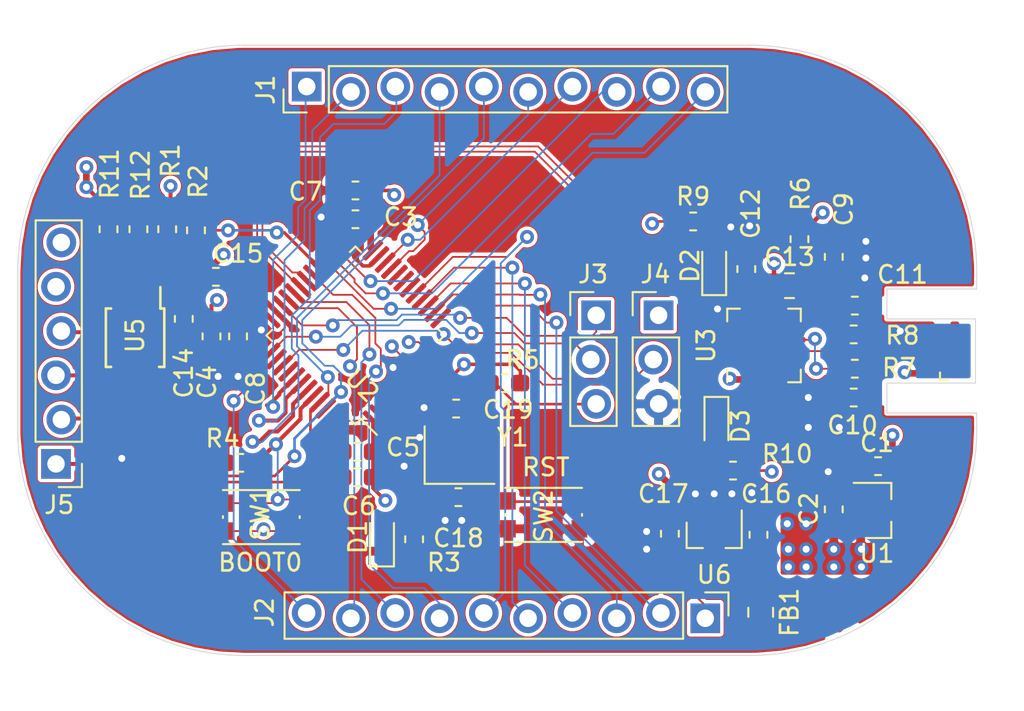
<source format=kicad_pcb>
(kicad_pcb (version 20171130) (host pcbnew "(5.1.6)-1")
  (layers (0 F.Cu signal) (1 In1.Cu power) (2 In2.Cu power) (31 B.Cu signal) (34 B.Paste user) (35 F.Paste user) (36 B.SilkS user) (37 F.SilkS user) (38 B.Mask user) (39 F.Mask user) (44 Edge.Cuts user))
  (net 0 "")
  (net 1 GND)
  (net 2 +3V3)
  (net 3 "Net-(D1-Pad2)")
  (net 4 "Net-(R3-Pad2)")
  (net 5 "Net-(R4-Pad1)")
  (net 6 /MCU/~RST)
  (net 7 "Net-(J1-Pad10)")
  (net 8 "Net-(J1-Pad7)")
  (net 9 "Net-(J1-Pad8)")
  (net 10 "Net-(J1-Pad9)")
  (net 11 "Net-(J1-Pad6)")
  (net 12 "Net-(J1-Pad1)")
  (net 13 "Net-(J1-Pad3)")
  (net 14 "Net-(J1-Pad2)")
  (net 15 "Net-(J2-Pad10)")
  (net 16 "Net-(J2-Pad7)")
  (net 17 "Net-(J2-Pad8)")
  (net 18 "Net-(J2-Pad9)")
  (net 19 "Net-(J2-Pad6)")
  (net 20 "Net-(J2-Pad5)")
  (net 21 "Net-(J2-Pad1)")
  (net 22 "Net-(J2-Pad4)")
  (net 23 "Net-(J2-Pad3)")
  (net 24 "Net-(J2-Pad2)")
  (net 25 "Net-(J3-Pad1)")
  (net 26 "Net-(J3-Pad2)")
  (net 27 /MCU/SWD_TRACE)
  (net 28 VBUS)
  (net 29 "Net-(C9-Pad1)")
  (net 30 /USB2FTDI/D-)
  (net 31 /USB2FTDI/D+)
  (net 32 "Net-(D2-Pad2)")
  (net 33 "Net-(D2-Pad1)")
  (net 34 "Net-(D3-Pad2)")
  (net 35 "Net-(D3-Pad1)")
  (net 36 /DAC/SDA)
  (net 37 /DAC/SCL)
  (net 38 /DAC/ADC1)
  (net 39 /DAC/ADC0)
  (net 40 "Net-(J5-Pad1)")
  (net 41 "Net-(J5-Pad4)")
  (net 42 "Net-(J5-Pad3)")
  (net 43 "Net-(J5-Pad2)")
  (net 44 "Net-(R6-Pad1)")
  (net 45 "Net-(R11-Pad2)")
  (net 46 /DAC/~LDAC)
  (net 47 /MCU/RXS)
  (net 48 /USB2FTDI/RXM)
  (net 49 /USB2FTDI/DR-)
  (net 50 /USB2FTDI/DR+)
  (net 51 VDDA)
  (net 52 "Net-(C16-Pad1)")
  (net 53 "Net-(C18-Pad1)")
  (net 54 "Net-(C19-Pad1)")
  (module Diode_SMD:D_0603_1608Metric_Castellated (layer F.Cu) (at 159.0675 121.8565 270)
    (fp_text reference D3 (at 0 -1.38 90) (layer F.SilkS))
    (fp_text value LED_Small)
    (pad 2 smd roundrect (at 0.8125 0 270) (size 1.225 0.85) (layers F.Cu F.Paste F.Mask) (net 34 "Net-(D3-Pad2)"))
    (pad 1 smd roundrect (at -0.8125 0 270) (size 1.225 0.85) (layers F.Cu F.Paste F.Mask) (net 35 "Net-(D3-Pad1)"))
  )
  (module Diode_SMD:D_0603_1608Metric_Castellated (layer F.Cu) (at 158.9405 112.649 90)
    (fp_text reference D2 (at 0 -1.38 90) (layer F.SilkS))
    (fp_text value LED_Small)
    (pad 2 smd roundrect (at 0.8125 0 90) (size 1.225 0.85) (layers F.Cu F.Paste F.Mask) (net 32 "Net-(D2-Pad2)"))
    (pad 1 smd roundrect (at -0.8125 0 90) (size 1.225 0.85) (layers F.Cu F.Paste F.Mask) (net 33 "Net-(D2-Pad1)"))
  )
  (module Diode_SMD:D_0603_1608Metric_Castellated (layer F.Cu) (at 139.8905 128.2065 90)
    (fp_text reference D1 (at 0 -1.38 90) (layer F.SilkS))
    (fp_text value LED_Small_ALT)
    (pad 2 smd roundrect (at 0.8125 0 90) (size 1.225 0.85) (layers F.Cu F.Paste F.Mask) (net 3 "Net-(D1-Pad2)"))
    (pad 1 smd roundrect (at -0.8125 0 90) (size 1.225 0.85) (layers F.Cu F.Paste F.Mask) (net 1 GND))
  )
  (module Capacitor_SMD:C_0603_1608Metric_Pad1.05x0.95mm_HandSolder (layer F.Cu) (at 144.145 120.8405 180)
    (fp_text reference C19 (at -2.9845 -0.0635) (layer F.SilkS))
    (fp_text value 18pF)
    (pad 2 smd roundrect (at 0.875 0 180) (size 1.05 0.95) (layers F.Cu F.Paste F.Mask) (net 1 GND))
    (pad 1 smd roundrect (at -0.875 0 180) (size 1.05 0.95) (layers F.Cu F.Paste F.Mask) (net 54 "Net-(C19-Pad1)"))
  )
  (module Crystal:Crystal_SMD_Abracon_ABM8G-4Pin_3.2x2.5mm (layer F.Cu) (at 144.3355 123.5075)
    (fp_text reference Y1 (at 3.048 -1.016) (layer F.SilkS))
    (fp_text value Crystal_GND24_Small)
    (pad 4 smd rect (at -1.1 -0.85) (size 1.4 1.2) (layers F.Cu F.Paste F.Mask) (net 1 GND))
    (pad 3 smd rect (at 1.1 -0.85) (size 1.4 1.2) (layers F.Cu F.Paste F.Mask) (net 54 "Net-(C19-Pad1)"))
    (pad 2 smd rect (at 1.1 0.85) (size 1.4 1.2) (layers F.Cu F.Paste F.Mask) (net 1 GND))
    (pad 1 smd rect (at -1.1 0.85) (size 1.4 1.2) (layers F.Cu F.Paste F.Mask) (net 53 "Net-(C18-Pad1)"))
  )
  (module Package_TO_SOT_SMD:SOT-23 (layer F.Cu) (at 158.9405 128.0795 270)
    (fp_text reference U6 (at 2.286 0 180) (layer F.SilkS))
    (fp_text value SC662K-3.3V)
    (pad 3 smd rect (at 1 0 270) (size 0.9 0.8) (layers F.Cu F.Paste F.Mask) (net 52 "Net-(C16-Pad1)"))
    (pad 2 smd rect (at -1 0.95 270) (size 0.9 0.8) (layers F.Cu F.Paste F.Mask) (net 51 VDDA))
    (pad 1 smd rect (at -1 -0.95 270) (size 0.9 0.8) (layers F.Cu F.Paste F.Mask) (net 1 GND))
  )
  (module Capacitor_SMD:C_0805_2012Metric (layer F.Cu) (at 161.6075 132.5245 270)
    (fp_text reference FB1 (at 0 -1.65 90) (layer F.SilkS))
    (fp_text value Ferrite_Bead_Small)
    (pad 2 smd roundrect (at 0.9375 0 270) (size 0.975 1.4) (layers F.Cu F.Paste F.Mask) (net 28 VBUS))
    (pad 1 smd roundrect (at -0.9375 0 270) (size 0.975 1.4) (layers F.Cu F.Paste F.Mask) (net 52 "Net-(C16-Pad1)"))
  )
  (module Capacitor_SMD:C_0603_1608Metric_Pad1.05x0.95mm_HandSolder (layer F.Cu) (at 144.272 125.9205)
    (fp_text reference C18 (at 0 2.3495) (layer F.SilkS))
    (fp_text value 18pF)
    (pad 2 smd roundrect (at 0.875 0) (size 1.05 0.95) (layers F.Cu F.Paste F.Mask) (net 1 GND))
    (pad 1 smd roundrect (at -0.875 0) (size 1.05 0.95) (layers F.Cu F.Paste F.Mask) (net 53 "Net-(C18-Pad1)"))
  )
  (module Capacitor_SMD:C_0603_1608Metric_Pad1.05x0.95mm_HandSolder (layer F.Cu) (at 156.4005 128.016 270)
    (fp_text reference C17 (at -2.286 0.381 180) (layer F.SilkS))
    (fp_text value 1uF)
    (pad 2 smd roundrect (at 0.875 0 270) (size 1.05 0.95) (layers F.Cu F.Paste F.Mask) (net 1 GND))
    (pad 1 smd roundrect (at -0.875 0 270) (size 1.05 0.95) (layers F.Cu F.Paste F.Mask) (net 51 VDDA))
  )
  (module Capacitor_SMD:C_0603_1608Metric_Pad1.05x0.95mm_HandSolder (layer F.Cu) (at 161.4805 128.0795 90)
    (fp_text reference C16 (at 2.3495 0.4445 180) (layer F.SilkS))
    (fp_text value 1uF)
    (pad 2 smd roundrect (at 0.875 0 90) (size 1.05 0.95) (layers F.Cu F.Paste F.Mask) (net 1 GND))
    (pad 1 smd roundrect (at -0.875 0 90) (size 1.05 0.95) (layers F.Cu F.Paste F.Mask) (net 52 "Net-(C16-Pad1)"))
  )
  (module Capacitor_SMD:C_0805_2012Metric (layer F.Cu) (at 163.2585 113.792)
    (fp_text reference C13 (at 0 -1.65) (layer F.SilkS))
    (fp_text value 4.7uF)
    (pad 2 smd roundrect (at 0.9375 0) (size 0.975 1.4) (layers F.Cu F.Paste F.Mask) (net 1 GND))
    (pad 1 smd roundrect (at -0.9375 0) (size 0.975 1.4) (layers F.Cu F.Paste F.Mask) (net 28 VBUS))
  )
  (module Button_Switch_SMD:SW_Push_1P1T_NO_CK_KMR2 (layer F.Cu) (at 149.1615 126.9365 180)
    (fp_text reference SW2 (at 0 -0.0635 90) (layer F.SilkS))
    (fp_text value SW_Push)
    (pad 2 smd rect (at 2.05 0.8 180) (size 0.9 1) (layers F.Cu F.Paste F.Mask) (net 6 /MCU/~RST))
    (pad 1 smd rect (at 2.05 -0.8 180) (size 0.9 1) (layers F.Cu F.Paste F.Mask) (net 1 GND))
    (pad 2 smd rect (at -2.05 0.8 180) (size 0.9 1) (layers F.Cu F.Paste F.Mask) (net 6 /MCU/~RST))
    (pad 1 smd rect (at -2.05 -0.8 180) (size 0.9 1) (layers F.Cu F.Paste F.Mask) (net 1 GND))
  )
  (module Button_Switch_SMD:SW_Push_1P1T_NO_CK_KMR2 (layer F.Cu) (at 132.969 127.0635 180)
    (fp_text reference SW1 (at 0.0635 0.1905 90) (layer F.SilkS))
    (fp_text value SW_Push)
    (pad 2 smd rect (at 2.05 0.8 180) (size 0.9 1) (layers F.Cu F.Paste F.Mask) (net 5 "Net-(R4-Pad1)"))
    (pad 1 smd rect (at 2.05 -0.8 180) (size 0.9 1) (layers F.Cu F.Paste F.Mask) (net 2 +3V3))
    (pad 2 smd rect (at -2.05 0.8 180) (size 0.9 1) (layers F.Cu F.Paste F.Mask) (net 5 "Net-(R4-Pad1)"))
    (pad 1 smd rect (at -2.05 -0.8 180) (size 0.9 1) (layers F.Cu F.Paste F.Mask) (net 2 +3V3))
  )
  (module Capacitor_SMD:C_0603_1608Metric_Pad1.05x0.95mm_HandSolder (layer F.Cu) (at 160.782 112.8395 90)
    (fp_text reference C12 (at 3.175 0.254 90) (layer F.SilkS))
    (fp_text value 100nF)
    (pad 2 smd roundrect (at 0.875 0 90) (size 1.05 0.95) (layers F.Cu F.Paste F.Mask) (net 1 GND))
    (pad 1 smd roundrect (at -0.875 0 90) (size 1.05 0.95) (layers F.Cu F.Paste F.Mask) (net 28 VBUS))
  )
  (module AltoidsSmall:USB_Micro-B_PCB (layer F.Cu) (at 172.72 117.5385 90)
    (fp_text reference U4 hide)
    (fp_text value USB_B_micro hide)
    (pad 1 smd rect (at -1.2815 0.0196 90) (size 0.4 1.35) (layers F.Cu F.Paste F.Mask) (net 28 VBUS))
    (pad 3 smd rect (at 0.0185 0.0196 90) (size 0.4 1.35) (layers F.Cu F.Paste F.Mask) (net 31 /USB2FTDI/D+))
    (pad 5 smd rect (at 1.3185 0.0196 90) (size 0.4 1.35) (layers F.Cu F.Paste F.Mask) (net 1 GND))
    (pad 2 smd rect (at -0.6315 0.0196 90) (size 0.4 1.35) (layers F.Cu F.Paste F.Mask) (net 30 /USB2FTDI/D-))
    (pad 4 smd rect (at 0.6685 0.0196 90) (size 0.4 1.35) (layers F.Cu F.Paste F.Mask) (net 1 GND))
  )
  (module Package_SO:MSOP-10_3x3mm_P0.5mm (layer F.Cu) (at 125.73 116.7765 270)
    (fp_text reference U5 (at -0.127 0 90) (layer F.SilkS))
    (fp_text value MCP4728)
    (pad 10 smd rect (at 2.2 -1 270) (size 1.4 0.3) (layers F.Cu F.Paste F.Mask) (net 1 GND))
    (pad 9 smd rect (at 2.2 -0.5 270) (size 1.4 0.3) (layers F.Cu F.Paste F.Mask) (net 41 "Net-(J5-Pad4)"))
    (pad 8 smd rect (at 2.2 0 270) (size 1.4 0.3) (layers F.Cu F.Paste F.Mask) (net 42 "Net-(J5-Pad3)"))
    (pad 7 smd rect (at 2.2 0.5 270) (size 1.4 0.3) (layers F.Cu F.Paste F.Mask) (net 43 "Net-(J5-Pad2)"))
    (pad 6 smd rect (at 2.2 1 270) (size 1.4 0.3) (layers F.Cu F.Paste F.Mask) (net 40 "Net-(J5-Pad1)"))
    (pad 5 smd rect (at -2.2 1 270) (size 1.4 0.3) (layers F.Cu F.Paste F.Mask) (net 45 "Net-(R11-Pad2)"))
    (pad 4 smd rect (at -2.2 0.5 270) (size 1.4 0.3) (layers F.Cu F.Paste F.Mask) (net 46 /DAC/~LDAC))
    (pad 3 smd rect (at -2.2 0 270) (size 1.4 0.3) (layers F.Cu F.Paste F.Mask) (net 37 /DAC/SCL))
    (pad 2 smd rect (at -2.2 -0.5 270) (size 1.4 0.3) (layers F.Cu F.Paste F.Mask) (net 36 /DAC/SDA))
    (pad 1 smd rect (at -2.2 -1 270) (size 1.4 0.3) (layers F.Cu F.Paste F.Mask) (net 51 VDDA))
  )
  (module Package_DFN_QFN:QFN-16-1EP_4x4mm_P0.65mm_EP2.1x2.1mm (layer F.Cu) (at 161.798 117.221 90)
    (fp_text reference U3 (at 0 -3.32 90) (layer F.SilkS))
    (fp_text value FT230XQ)
    (pad 17 smd rect (at 0 0 90) (size 2.1 2.1) (layers F.Cu F.Mask) (net 1 GND))
    (pad 16 smd roundrect (at -0.975 -1.95 90) (size 0.3 0.85) (layers F.Cu F.Paste F.Mask))
    (pad 15 smd roundrect (at -0.325 -1.95 90) (size 0.3 0.85) (layers F.Cu F.Paste F.Mask) (net 47 /MCU/RXS))
    (pad 14 smd roundrect (at 0.325 -1.95 90) (size 0.3 0.85) (layers F.Cu F.Paste F.Mask))
    (pad 13 smd roundrect (at 0.975 -1.95 90) (size 0.3 0.85) (layers F.Cu F.Paste F.Mask) (net 1 GND))
    (pad 12 smd roundrect (at 1.95 -0.975 90) (size 0.85 0.3) (layers F.Cu F.Paste F.Mask))
    (pad 11 smd roundrect (at 1.95 -0.325 90) (size 0.85 0.3) (layers F.Cu F.Paste F.Mask) (net 33 "Net-(D2-Pad1)"))
    (pad 10 smd roundrect (at 1.95 0.325 90) (size 0.85 0.3) (layers F.Cu F.Paste F.Mask) (net 28 VBUS))
    (pad 9 smd roundrect (at 1.95 0.975 90) (size 0.85 0.3) (layers F.Cu F.Paste F.Mask) (net 44 "Net-(R6-Pad1)"))
    (pad 8 smd roundrect (at 0.975 1.95 90) (size 0.3 0.85) (layers F.Cu F.Paste F.Mask) (net 29 "Net-(C9-Pad1)"))
    (pad 7 smd roundrect (at 0.325 1.95 90) (size 0.3 0.85) (layers F.Cu F.Paste F.Mask) (net 49 /USB2FTDI/DR-))
    (pad 6 smd roundrect (at -0.325 1.95 90) (size 0.3 0.85) (layers F.Cu F.Paste F.Mask) (net 50 /USB2FTDI/DR+))
    (pad 5 smd roundrect (at -0.975 1.95 90) (size 0.3 0.85) (layers F.Cu F.Paste F.Mask) (net 35 "Net-(D3-Pad1)"))
    (pad 4 smd roundrect (at -1.95 0.975 90) (size 0.85 0.3) (layers F.Cu F.Paste F.Mask))
    (pad 3 smd roundrect (at -1.95 0.325 90) (size 0.85 0.3) (layers F.Cu F.Paste F.Mask) (net 1 GND))
    (pad 2 smd roundrect (at -1.95 -0.325 90) (size 0.85 0.3) (layers F.Cu F.Paste F.Mask) (net 48 /USB2FTDI/RXM))
    (pad 1 smd roundrect (at -1.95 -0.975 90) (size 0.85 0.3) (layers F.Cu F.Paste F.Mask) (net 2 +3V3))
  )
  (module Resistor_SMD:R_0603_1608Metric_Pad1.05x0.95mm_HandSolder (layer F.Cu) (at 125.9205 110.5535 90)
    (fp_text reference R12 (at 3.1115 0.127 90) (layer F.SilkS))
    (fp_text value 1k)
    (pad 2 smd roundrect (at 0.875 0 90) (size 1.05 0.95) (layers F.Cu F.Paste F.Mask) (net 1 GND))
    (pad 1 smd roundrect (at -0.875 0 90) (size 1.05 0.95) (layers F.Cu F.Paste F.Mask) (net 46 /DAC/~LDAC))
  )
  (module Resistor_SMD:R_0603_1608Metric_Pad1.05x0.95mm_HandSolder (layer F.Cu) (at 124.206 110.5535 270)
    (fp_text reference R11 (at -3.175 -0.0635 90) (layer F.SilkS))
    (fp_text value 100k)
    (pad 2 smd roundrect (at 0.875 0 270) (size 1.05 0.95) (layers F.Cu F.Paste F.Mask) (net 45 "Net-(R11-Pad2)"))
    (pad 1 smd roundrect (at -0.875 0 270) (size 1.05 0.95) (layers F.Cu F.Paste F.Mask) (net 51 VDDA))
  )
  (module Resistor_SMD:R_0603_1608Metric_Pad1.05x0.95mm_HandSolder (layer F.Cu) (at 160.02 124.3965 180)
    (fp_text reference R10 (at -3.1115 0.9525) (layer F.SilkS))
    (fp_text value 1k)
    (pad 2 smd roundrect (at 0.875 0 180) (size 1.05 0.95) (layers F.Cu F.Paste F.Mask) (net 34 "Net-(D3-Pad2)"))
    (pad 1 smd roundrect (at -0.875 0 180) (size 1.05 0.95) (layers F.Cu F.Paste F.Mask) (net 2 +3V3))
  )
  (module Resistor_SMD:R_0603_1608Metric_Pad1.05x0.95mm_HandSolder (layer F.Cu) (at 157.734 110.109)
    (fp_text reference R9 (at 0 -1.43) (layer F.SilkS))
    (fp_text value 1k)
    (pad 2 smd roundrect (at 0.875 0) (size 1.05 0.95) (layers F.Cu F.Paste F.Mask) (net 32 "Net-(D2-Pad2)"))
    (pad 1 smd roundrect (at -0.875 0) (size 1.05 0.95) (layers F.Cu F.Paste F.Mask) (net 2 +3V3))
  )
  (module Resistor_SMD:R_0603_1608Metric_Pad1.05x0.95mm_HandSolder (layer F.Cu) (at 166.9415 116.586)
    (fp_text reference R8 (at 2.794 0.0635) (layer F.SilkS))
    (fp_text value 27)
    (pad 2 smd roundrect (at 0.875 0) (size 1.05 0.95) (layers F.Cu F.Paste F.Mask) (net 31 /USB2FTDI/D+))
    (pad 1 smd roundrect (at -0.875 0) (size 1.05 0.95) (layers F.Cu F.Paste F.Mask) (net 50 /USB2FTDI/DR+))
  )
  (module Resistor_SMD:R_0603_1608Metric_Pad1.05x0.95mm_HandSolder (layer F.Cu) (at 167.005 118.5545)
    (fp_text reference R7 (at 2.54 -0.0635) (layer F.SilkS))
    (fp_text value 27)
    (pad 2 smd roundrect (at 0.875 0) (size 1.05 0.95) (layers F.Cu F.Paste F.Mask) (net 30 /USB2FTDI/D-))
    (pad 1 smd roundrect (at -0.875 0) (size 1.05 0.95) (layers F.Cu F.Paste F.Mask) (net 49 /USB2FTDI/DR-))
  )
  (module Resistor_SMD:R_0603_1608Metric_Pad1.05x0.95mm_HandSolder (layer F.Cu) (at 163.83 111.125 90)
    (fp_text reference R6 (at 2.6035 0.0635 90) (layer F.SilkS))
    (fp_text value 1k)
    (pad 2 smd roundrect (at 0.875 0 90) (size 1.05 0.95) (layers F.Cu F.Paste F.Mask) (net 2 +3V3))
    (pad 1 smd roundrect (at -0.875 0 90) (size 1.05 0.95) (layers F.Cu F.Paste F.Mask) (net 44 "Net-(R6-Pad1)"))
  )
  (module StaggeredConnectors:Conn_Header_1x06_P2.54mm_staggered_0.006in (layer F.Cu) (at 121.3485 118.9355 180)
    (fp_text reference J5 (at -0.0305 -7.4295) (layer F.SilkS))
    (fp_text value Conn_01x06_Male hide)
    (pad 6 thru_hole circle (at -0.1524 7.6235 180) (size 1.7 1.7) (drill 1) (layers *.Cu *.Mask) (net 38 /DAC/ADC1))
    (pad 5 thru_hole oval (at 0.1524 5.0835 270) (size 1.7 1.7) (drill 1) (layers *.Cu *.Mask) (net 39 /DAC/ADC0))
    (pad 1 thru_hole rect (at 0.1524 -5.0765 180) (size 1.7 1.7) (drill 1) (layers *.Cu *.Mask) (net 40 "Net-(J5-Pad1)"))
    (pad 4 thru_hole oval (at -0.1524 2.5435 180) (size 1.7 1.7) (drill 1) (layers *.Cu *.Mask) (net 41 "Net-(J5-Pad4)"))
    (pad 3 thru_hole oval (at 0.1524 0.0035 180) (size 1.7 1.7) (drill 1) (layers *.Cu *.Mask) (net 42 "Net-(J5-Pad3)"))
    (pad 2 thru_hole oval (at -0.1524 -2.5365 180) (size 1.7 1.7) (drill 1) (layers *.Cu *.Mask) (net 43 "Net-(J5-Pad2)"))
  )
  (module Capacitor_SMD:C_0603_1608Metric_Pad1.05x0.95mm_HandSolder (layer F.Cu) (at 130.3655 113.284)
    (fp_text reference C15 (at 1.27 -1.3335) (layer F.SilkS))
    (fp_text value 1uF)
    (pad 2 smd roundrect (at 0.875 0) (size 1.05 0.95) (layers F.Cu F.Paste F.Mask) (net 1 GND))
    (pad 1 smd roundrect (at -0.875 0) (size 1.05 0.95) (layers F.Cu F.Paste F.Mask) (net 51 VDDA))
  )
  (module Capacitor_SMD:C_0603_1608Metric_Pad1.05x0.95mm_HandSolder (layer F.Cu) (at 128.524 115.697 270)
    (fp_text reference C14 (at 3.1115 0 90) (layer F.SilkS))
    (fp_text value 100nF)
    (pad 2 smd roundrect (at 0.875 0 270) (size 1.05 0.95) (layers F.Cu F.Paste F.Mask) (net 1 GND))
    (pad 1 smd roundrect (at -0.875 0 270) (size 1.05 0.95) (layers F.Cu F.Paste F.Mask) (net 51 VDDA))
  )
  (module Capacitor_SMD:C_0603_1608Metric_Pad1.05x0.95mm_HandSolder (layer F.Cu) (at 167.005 114.935 180)
    (fp_text reference C11 (at -2.7305 1.778) (layer F.SilkS))
    (fp_text value 47pF)
    (pad 2 smd roundrect (at 0.875 0 180) (size 1.05 0.95) (layers F.Cu F.Paste F.Mask) (net 1 GND))
    (pad 1 smd roundrect (at -0.875 0 180) (size 1.05 0.95) (layers F.Cu F.Paste F.Mask) (net 31 /USB2FTDI/D+))
  )
  (module Capacitor_SMD:C_0603_1608Metric_Pad1.05x0.95mm_HandSolder (layer F.Cu) (at 166.9415 120.2055 180)
    (fp_text reference C10 (at 0.0635 -1.5875) (layer F.SilkS))
    (fp_text value 47pF)
    (pad 2 smd roundrect (at 0.875 0 180) (size 1.05 0.95) (layers F.Cu F.Paste F.Mask) (net 1 GND))
    (pad 1 smd roundrect (at -0.875 0 180) (size 1.05 0.95) (layers F.Cu F.Paste F.Mask) (net 30 /USB2FTDI/D-))
  )
  (module Capacitor_SMD:C_0603_1608Metric_Pad1.05x0.95mm_HandSolder (layer F.Cu) (at 165.7985 112.141 90)
    (fp_text reference C9 (at 2.7305 0.5715 90) (layer F.SilkS))
    (fp_text value 100nF)
    (pad 2 smd roundrect (at 0.875 0 90) (size 1.05 0.95) (layers F.Cu F.Paste F.Mask) (net 1 GND))
    (pad 1 smd roundrect (at -0.875 0 90) (size 1.05 0.95) (layers F.Cu F.Paste F.Mask) (net 29 "Net-(C9-Pad1)"))
  )
  (module StaggeredConnectors:Conn_Header_1x03_P2.54mm_staggered_0.006in (layer F.Cu) (at 155.6004 120.566501)
    (fp_text reference J4 (at -0.0305 -7.4295) (layer F.SilkS))
    (fp_text value Conn_01x03_Male hide)
    (pad 1 thru_hole rect (at 0.1524 -5.0765) (size 1.7 1.7) (drill 1) (layers *.Cu *.Mask) (net 2 +3V3))
    (pad 3 thru_hole oval (at 0.1524 0.0035) (size 1.7 1.7) (drill 1) (layers *.Cu *.Mask) (net 1 GND))
    (pad 2 thru_hole oval (at -0.1524 -2.5365) (size 1.7 1.7) (drill 1) (layers *.Cu *.Mask) (net 27 /MCU/SWD_TRACE))
  )
  (module StaggeredConnectors:Conn_Header_1x03_P2.54mm_staggered_0.006in (layer F.Cu) (at 152.020501 120.566501)
    (fp_text reference J3 (at -0.0305 -7.4295) (layer F.SilkS))
    (fp_text value Conn_01x03_Male hide)
    (pad 1 thru_hole rect (at 0.1524 -5.0765) (size 1.7 1.7) (drill 1) (layers *.Cu *.Mask) (net 25 "Net-(J3-Pad1)"))
    (pad 3 thru_hole oval (at 0.1524 0.0035) (size 1.7 1.7) (drill 1) (layers *.Cu *.Mask) (net 6 /MCU/~RST))
    (pad 2 thru_hole oval (at -0.1524 -2.5365) (size 1.7 1.7) (drill 1) (layers *.Cu *.Mask) (net 26 "Net-(J3-Pad2)"))
  )
  (module Capacitor_SMD:C_0603_1608Metric_Pad1.05x0.95mm_HandSolder (layer F.Cu) (at 131.6355 116.699 270)
    (fp_text reference C8 (at 2.9985 -1.016 90) (layer F.SilkS))
    (fp_text value 1uF)
    (pad 2 smd roundrect (at 0.875 0 270) (size 1.05 0.95) (layers F.Cu F.Paste F.Mask) (net 1 GND))
    (pad 1 smd roundrect (at -0.875 0 270) (size 1.05 0.95) (layers F.Cu F.Paste F.Mask) (net 2 +3V3))
  )
  (module Capacitor_SMD:C_0603_1608Metric_Pad1.05x0.95mm_HandSolder (layer F.Cu) (at 138.4935 124.7775 180)
    (fp_text reference C6 (at -0.0635 -1.651) (layer F.SilkS))
    (fp_text value 1uF)
    (pad 2 smd roundrect (at 0.875 0 180) (size 1.05 0.95) (layers F.Cu F.Paste F.Mask) (net 1 GND))
    (pad 1 smd roundrect (at -0.875 0 180) (size 1.05 0.95) (layers F.Cu F.Paste F.Mask) (net 2 +3V3))
  )
  (module StaggeredConnectors:Conn_Header_1x10_P2.54mm_staggered_0.006in (layer F.Cu) (at 153.3525 132.715 270)
    (fp_text reference J2 (at -0.1905 20.193 90) (layer F.SilkS))
    (fp_text value Conn_01x10_Male hide)
    (pad 10 thru_hole oval (at -0.1524 17.7835 270) (size 1.7 1.7) (drill 1) (layers *.Cu *.Mask) (net 15 "Net-(J2-Pad10)"))
    (pad 7 thru_hole oval (at 0.1524 10.1635 270) (size 1.7 1.7) (drill 1) (layers *.Cu *.Mask) (net 16 "Net-(J2-Pad7)"))
    (pad 8 thru_hole oval (at -0.1524 12.7035 270) (size 1.7 1.7) (drill 1) (layers *.Cu *.Mask) (net 17 "Net-(J2-Pad8)"))
    (pad 9 thru_hole oval (at 0.1524 15.2435 270) (size 1.7 1.7) (drill 1) (layers *.Cu *.Mask) (net 18 "Net-(J2-Pad9)"))
    (pad 6 thru_hole circle (at -0.1524 7.6235 270) (size 1.7 1.7) (drill 1) (layers *.Cu *.Mask) (net 19 "Net-(J2-Pad6)"))
    (pad 5 thru_hole oval (at 0.1524 5.0835) (size 1.7 1.7) (drill 1) (layers *.Cu *.Mask) (net 20 "Net-(J2-Pad5)"))
    (pad 1 thru_hole rect (at 0.1524 -5.0765 270) (size 1.7 1.7) (drill 1) (layers *.Cu *.Mask) (net 21 "Net-(J2-Pad1)"))
    (pad 4 thru_hole oval (at -0.1524 2.5435 270) (size 1.7 1.7) (drill 1) (layers *.Cu *.Mask) (net 22 "Net-(J2-Pad4)"))
    (pad 3 thru_hole oval (at 0.1524 0.0035 270) (size 1.7 1.7) (drill 1) (layers *.Cu *.Mask) (net 23 "Net-(J2-Pad3)"))
    (pad 2 thru_hole oval (at -0.1524 -2.5365 270) (size 1.7 1.7) (drill 1) (layers *.Cu *.Mask) (net 24 "Net-(J2-Pad2)"))
  )
  (module StaggeredConnectors:Conn_Header_1x10_P2.54mm_staggered_0.006in (layer F.Cu) (at 140.649 102.5271 90)
    (fp_text reference J1 (at -0.0305 -7.4295 90) (layer F.SilkS))
    (fp_text value Conn_01x10_Male hide)
    (pad 10 thru_hole oval (at -0.1524 17.7835 90) (size 1.7 1.7) (drill 1) (layers *.Cu *.Mask) (net 7 "Net-(J1-Pad10)"))
    (pad 7 thru_hole oval (at 0.1524 10.1635 90) (size 1.7 1.7) (drill 1) (layers *.Cu *.Mask) (net 8 "Net-(J1-Pad7)"))
    (pad 8 thru_hole oval (at -0.1524 12.7035 90) (size 1.7 1.7) (drill 1) (layers *.Cu *.Mask) (net 9 "Net-(J1-Pad8)"))
    (pad 9 thru_hole oval (at 0.1524 15.2435 90) (size 1.7 1.7) (drill 1) (layers *.Cu *.Mask) (net 10 "Net-(J1-Pad9)"))
    (pad 6 thru_hole circle (at -0.1524 7.6235 90) (size 1.7 1.7) (drill 1) (layers *.Cu *.Mask) (net 11 "Net-(J1-Pad6)"))
    (pad 5 thru_hole oval (at 0.1524 5.0835 180) (size 1.7 1.7) (drill 1) (layers *.Cu *.Mask) (net 36 /DAC/SDA))
    (pad 1 thru_hole rect (at 0.1524 -5.0765 90) (size 1.7 1.7) (drill 1) (layers *.Cu *.Mask) (net 12 "Net-(J1-Pad1)"))
    (pad 4 thru_hole oval (at -0.1524 2.5435 90) (size 1.7 1.7) (drill 1) (layers *.Cu *.Mask) (net 37 /DAC/SCL))
    (pad 3 thru_hole oval (at 0.1524 0.0035 90) (size 1.7 1.7) (drill 1) (layers *.Cu *.Mask) (net 13 "Net-(J1-Pad3)"))
    (pad 2 thru_hole oval (at -0.1524 -2.5365 90) (size 1.7 1.7) (drill 1) (layers *.Cu *.Mask) (net 14 "Net-(J1-Pad2)"))
  )
  (module Package_QFP:LQFP-48_7x7mm_P0.5mm (layer F.Cu) (at 138.3665 116.6495 135)
    (fp_text reference U2 (at -2.289965 -1.75115 135) (layer F.SilkS))
    (fp_text value STM32F103C8Tx)
    (pad 48 smd roundrect (at -2.75 -4.1625 135) (size 0.3 1.475) (layers F.Cu F.Paste F.Mask) (net 2 +3V3))
    (pad 47 smd roundrect (at -2.25 -4.1625 135) (size 0.3 1.475) (layers F.Cu F.Paste F.Mask) (net 1 GND))
    (pad 46 smd roundrect (at -1.75 -4.1625 135) (size 0.3 1.475) (layers F.Cu F.Paste F.Mask) (net 36 /DAC/SDA))
    (pad 45 smd roundrect (at -1.25 -4.1625 135) (size 0.3 1.475) (layers F.Cu F.Paste F.Mask) (net 37 /DAC/SCL))
    (pad 44 smd roundrect (at -0.75 -4.1625 135) (size 0.3 1.475) (layers F.Cu F.Paste F.Mask) (net 5 "Net-(R4-Pad1)"))
    (pad 43 smd roundrect (at -0.25 -4.1625 135) (size 0.3 1.475) (layers F.Cu F.Paste F.Mask) (net 13 "Net-(J1-Pad3)"))
    (pad 42 smd roundrect (at 0.25 -4.1625 135) (size 0.3 1.475) (layers F.Cu F.Paste F.Mask) (net 14 "Net-(J1-Pad2)"))
    (pad 41 smd roundrect (at 0.75 -4.1625 135) (size 0.3 1.475) (layers F.Cu F.Paste F.Mask) (net 12 "Net-(J1-Pad1)"))
    (pad 40 smd roundrect (at 1.25 -4.1625 135) (size 0.3 1.475) (layers F.Cu F.Paste F.Mask))
    (pad 39 smd roundrect (at 1.75 -4.1625 135) (size 0.3 1.475) (layers F.Cu F.Paste F.Mask) (net 27 /MCU/SWD_TRACE))
    (pad 38 smd roundrect (at 2.25 -4.1625 135) (size 0.3 1.475) (layers F.Cu F.Paste F.Mask) (net 15 "Net-(J2-Pad10)"))
    (pad 37 smd roundrect (at 2.75 -4.1625 135) (size 0.3 1.475) (layers F.Cu F.Paste F.Mask) (net 26 "Net-(J3-Pad2)"))
    (pad 36 smd roundrect (at 4.1625 -2.75 135) (size 1.475 0.3) (layers F.Cu F.Paste F.Mask) (net 2 +3V3))
    (pad 35 smd roundrect (at 4.1625 -2.25 135) (size 1.475 0.3) (layers F.Cu F.Paste F.Mask) (net 1 GND))
    (pad 34 smd roundrect (at 4.1625 -1.75 135) (size 1.475 0.3) (layers F.Cu F.Paste F.Mask) (net 25 "Net-(J3-Pad1)"))
    (pad 33 smd roundrect (at 4.1625 -1.25 135) (size 1.475 0.3) (layers F.Cu F.Paste F.Mask) (net 18 "Net-(J2-Pad9)"))
    (pad 32 smd roundrect (at 4.1625 -0.75 135) (size 1.475 0.3) (layers F.Cu F.Paste F.Mask) (net 17 "Net-(J2-Pad8)"))
    (pad 31 smd roundrect (at 4.1625 -0.25 135) (size 1.475 0.3) (layers F.Cu F.Paste F.Mask) (net 47 /MCU/RXS))
    (pad 30 smd roundrect (at 4.1625 0.25 135) (size 1.475 0.3) (layers F.Cu F.Paste F.Mask) (net 48 /USB2FTDI/RXM))
    (pad 29 smd roundrect (at 4.1625 0.75 135) (size 1.475 0.3) (layers F.Cu F.Paste F.Mask) (net 16 "Net-(J2-Pad7)"))
    (pad 28 smd roundrect (at 4.1625 1.25 135) (size 1.475 0.3) (layers F.Cu F.Paste F.Mask) (net 46 /DAC/~LDAC))
    (pad 27 smd roundrect (at 4.1625 1.75 135) (size 1.475 0.3) (layers F.Cu F.Paste F.Mask) (net 7 "Net-(J1-Pad10)"))
    (pad 26 smd roundrect (at 4.1625 2.25 135) (size 1.475 0.3) (layers F.Cu F.Paste F.Mask) (net 10 "Net-(J1-Pad9)"))
    (pad 25 smd roundrect (at 4.1625 2.75 135) (size 1.475 0.3) (layers F.Cu F.Paste F.Mask) (net 9 "Net-(J1-Pad8)"))
    (pad 24 smd roundrect (at 2.75 4.1625 135) (size 0.3 1.475) (layers F.Cu F.Paste F.Mask) (net 2 +3V3))
    (pad 23 smd roundrect (at 2.25 4.1625 135) (size 0.3 1.475) (layers F.Cu F.Paste F.Mask) (net 1 GND))
    (pad 22 smd roundrect (at 1.75 4.1625 135) (size 0.3 1.475) (layers F.Cu F.Paste F.Mask) (net 8 "Net-(J1-Pad7)"))
    (pad 21 smd roundrect (at 1.25 4.1625 135) (size 0.3 1.475) (layers F.Cu F.Paste F.Mask) (net 11 "Net-(J1-Pad6)"))
    (pad 20 smd roundrect (at 0.75 4.1625 135) (size 0.3 1.475) (layers F.Cu F.Paste F.Mask))
    (pad 19 smd roundrect (at 0.25 4.1625 135) (size 0.3 1.475) (layers F.Cu F.Paste F.Mask))
    (pad 18 smd roundrect (at -0.25 4.1625 135) (size 0.3 1.475) (layers F.Cu F.Paste F.Mask))
    (pad 17 smd roundrect (at -0.75 4.1625 135) (size 0.3 1.475) (layers F.Cu F.Paste F.Mask) (net 19 "Net-(J2-Pad6)"))
    (pad 16 smd roundrect (at -1.25 4.1625 135) (size 0.3 1.475) (layers F.Cu F.Paste F.Mask) (net 20 "Net-(J2-Pad5)"))
    (pad 15 smd roundrect (at -1.75 4.1625 135) (size 0.3 1.475) (layers F.Cu F.Paste F.Mask) (net 22 "Net-(J2-Pad4)"))
    (pad 14 smd roundrect (at -2.25 4.1625 135) (size 0.3 1.475) (layers F.Cu F.Paste F.Mask) (net 23 "Net-(J2-Pad3)"))
    (pad 13 smd roundrect (at -2.75 4.1625 135) (size 0.3 1.475) (layers F.Cu F.Paste F.Mask) (net 24 "Net-(J2-Pad2)"))
    (pad 12 smd roundrect (at -4.1625 2.75 135) (size 1.475 0.3) (layers F.Cu F.Paste F.Mask) (net 21 "Net-(J2-Pad1)"))
    (pad 11 smd roundrect (at -4.1625 2.25 135) (size 1.475 0.3) (layers F.Cu F.Paste F.Mask) (net 38 /DAC/ADC1))
    (pad 10 smd roundrect (at -4.1625 1.75 135) (size 1.475 0.3) (layers F.Cu F.Paste F.Mask) (net 39 /DAC/ADC0))
    (pad 9 smd roundrect (at -4.1625 1.25 135) (size 1.475 0.3) (layers F.Cu F.Paste F.Mask) (net 2 +3V3))
    (pad 8 smd roundrect (at -4.1625 0.75 135) (size 1.475 0.3) (layers F.Cu F.Paste F.Mask) (net 1 GND))
    (pad 7 smd roundrect (at -4.1625 0.25 135) (size 1.475 0.3) (layers F.Cu F.Paste F.Mask) (net 6 /MCU/~RST))
    (pad 6 smd roundrect (at -4.1625 -0.25 135) (size 1.475 0.3) (layers F.Cu F.Paste F.Mask) (net 54 "Net-(C19-Pad1)"))
    (pad 5 smd roundrect (at -4.1625 -0.75 135) (size 1.475 0.3) (layers F.Cu F.Paste F.Mask) (net 53 "Net-(C18-Pad1)"))
    (pad 4 smd roundrect (at -4.1625 -1.25 135) (size 1.475 0.3) (layers F.Cu F.Paste F.Mask))
    (pad 3 smd roundrect (at -4.1625 -1.75 135) (size 1.475 0.3) (layers F.Cu F.Paste F.Mask))
    (pad 2 smd roundrect (at -4.1625 -2.25 135) (size 1.475 0.3) (layers F.Cu F.Paste F.Mask) (net 4 "Net-(R3-Pad2)"))
    (pad 1 smd roundrect (at -4.1625 -2.75 135) (size 1.475 0.3) (layers F.Cu F.Paste F.Mask) (net 2 +3V3))
  )
  (module Package_TO_SOT_SMD:SOT-23 (layer F.Cu) (at 168.3385 126.6825)
    (fp_text reference U1 (at -0.0635 2.4765) (layer F.SilkS))
    (fp_text value SC662K-3.3V)
    (pad 3 smd rect (at 1 0) (size 0.9 0.8) (layers F.Cu F.Paste F.Mask) (net 28 VBUS))
    (pad 2 smd rect (at -1 0.95) (size 0.9 0.8) (layers F.Cu F.Paste F.Mask) (net 2 +3V3))
    (pad 1 smd rect (at -1 -0.95) (size 0.9 0.8) (layers F.Cu F.Paste F.Mask) (net 1 GND))
  )
  (module Resistor_SMD:R_0603_1608Metric_Pad1.05x0.95mm_HandSolder (layer F.Cu) (at 146.939 119.38 180)
    (fp_text reference R5 (at -1.016 1.3335) (layer F.SilkS))
    (fp_text value 1k)
    (pad 2 smd roundrect (at 0.875 0 180) (size 1.05 0.95) (layers F.Cu F.Paste F.Mask) (net 6 /MCU/~RST))
    (pad 1 smd roundrect (at -0.875 0 180) (size 1.05 0.95) (layers F.Cu F.Paste F.Mask) (net 2 +3V3))
  )
  (module Resistor_SMD:R_0603_1608Metric_Pad1.05x0.95mm_HandSolder (layer F.Cu) (at 131.7625 123.952 180)
    (fp_text reference R4 (at 1.016 1.397) (layer F.SilkS))
    (fp_text value 1k)
    (pad 2 smd roundrect (at 0.875 0 180) (size 1.05 0.95) (layers F.Cu F.Paste F.Mask) (net 1 GND))
    (pad 1 smd roundrect (at -0.875 0 180) (size 1.05 0.95) (layers F.Cu F.Paste F.Mask) (net 5 "Net-(R4-Pad1)"))
  )
  (module Resistor_SMD:R_0603_1608Metric_Pad1.05x0.95mm_HandSolder (layer F.Cu) (at 141.732 128.3335 90)
    (fp_text reference R3 (at -1.3335 1.7145 180) (layer F.SilkS))
    (fp_text value 1k)
    (pad 2 smd roundrect (at 0.875 0 90) (size 1.05 0.95) (layers F.Cu F.Paste F.Mask) (net 4 "Net-(R3-Pad2)"))
    (pad 1 smd roundrect (at -0.875 0 90) (size 1.05 0.95) (layers F.Cu F.Paste F.Mask) (net 3 "Net-(D1-Pad2)"))
  )
  (module Resistor_SMD:R_0603_1608Metric_Pad1.05x0.95mm_HandSolder (layer F.Cu) (at 129.2225 110.617 270)
    (fp_text reference R2 (at -2.794 -0.127 90) (layer F.SilkS))
    (fp_text value 5k)
    (pad 2 smd roundrect (at 0.875 0 270) (size 1.05 0.95) (layers F.Cu F.Paste F.Mask) (net 36 /DAC/SDA))
    (pad 1 smd roundrect (at -0.875 0 270) (size 1.05 0.95) (layers F.Cu F.Paste F.Mask) (net 2 +3V3))
  )
  (module Resistor_SMD:R_0603_1608Metric_Pad1.05x0.95mm_HandSolder (layer F.Cu) (at 127.5715 110.5535 270)
    (fp_text reference R1 (at -3.937 -0.1905 90) (layer F.SilkS))
    (fp_text value 5k)
    (pad 2 smd roundrect (at 0.875 0 270) (size 1.05 0.95) (layers F.Cu F.Paste F.Mask) (net 37 /DAC/SCL))
    (pad 1 smd roundrect (at -0.875 0 270) (size 1.05 0.95) (layers F.Cu F.Paste F.Mask) (net 2 +3V3))
  )
  (module Capacitor_SMD:C_0603_1608Metric_Pad1.05x0.95mm_HandSolder (layer F.Cu) (at 138.3665 108.331 180)
    (fp_text reference C7 (at 2.8575 -0.0635) (layer F.SilkS))
    (fp_text value 100nF)
    (pad 2 smd roundrect (at 0.875 0 180) (size 1.05 0.95) (layers F.Cu F.Paste F.Mask) (net 1 GND))
    (pad 1 smd roundrect (at -0.875 0 180) (size 1.05 0.95) (layers F.Cu F.Paste F.Mask) (net 2 +3V3))
  )
  (module Capacitor_SMD:C_0603_1608Metric_Pad1.05x0.95mm_HandSolder (layer F.Cu) (at 138.4935 123.317 180)
    (fp_text reference C5 (at -2.6035 0.254) (layer F.SilkS))
    (fp_text value 100nF)
    (pad 2 smd roundrect (at 0.875 0 180) (size 1.05 0.95) (layers F.Cu F.Paste F.Mask) (net 1 GND))
    (pad 1 smd roundrect (at -0.875 0 180) (size 1.05 0.95) (layers F.Cu F.Paste F.Mask) (net 2 +3V3))
  )
  (module Capacitor_SMD:C_0603_1608Metric_Pad1.05x0.95mm_HandSolder (layer F.Cu) (at 130.1115 116.699 270)
    (fp_text reference C4 (at 2.6175 0.254 90) (layer F.SilkS))
    (fp_text value 100nF)
    (pad 2 smd roundrect (at 0.875 0 270) (size 1.05 0.95) (layers F.Cu F.Paste F.Mask) (net 1 GND))
    (pad 1 smd roundrect (at -0.875 0 270) (size 1.05 0.95) (layers F.Cu F.Paste F.Mask) (net 2 +3V3))
  )
  (module Capacitor_SMD:C_0603_1608Metric_Pad1.05x0.95mm_HandSolder (layer F.Cu) (at 138.3665 109.982 180)
    (fp_text reference C3 (at -2.6035 0.127) (layer F.SilkS))
    (fp_text value 100nF)
    (pad 2 smd roundrect (at 0.875 0 180) (size 1.05 0.95) (layers F.Cu F.Paste F.Mask) (net 1 GND))
    (pad 1 smd roundrect (at -0.875 0 180) (size 1.05 0.95) (layers F.Cu F.Paste F.Mask) (net 2 +3V3))
  )
  (module Capacitor_SMD:C_0603_1608Metric_Pad1.05x0.95mm_HandSolder (layer F.Cu) (at 165.7985 126.619 90)
    (fp_text reference C2 (at 0 -1.43 90) (layer F.SilkS))
    (fp_text value 1uF)
    (pad 2 smd roundrect (at 0.875 0 90) (size 1.05 0.95) (layers F.Cu F.Paste F.Mask) (net 1 GND))
    (pad 1 smd roundrect (at -0.875 0 90) (size 1.05 0.95) (layers F.Cu F.Paste F.Mask) (net 2 +3V3))
  )
  (module Capacitor_SMD:C_0603_1608Metric_Pad1.05x0.95mm_HandSolder (layer F.Cu) (at 168.3385 124.1425 180)
    (fp_text reference C1 (at 0.0635 1.3335) (layer F.SilkS))
    (fp_text value 1uF)
    (pad 2 smd roundrect (at 0.875 0 180) (size 1.05 0.95) (layers F.Cu F.Paste F.Mask) (net 1 GND))
    (pad 1 smd roundrect (at -0.875 0 180) (size 1.05 0.95) (layers F.Cu F.Paste F.Mask) (net 28 VBUS))
  )
  (gr_text "RST\n" (at 149.2885 124.206) (layer F.SilkS) (effects (font (size 1 1))))
  (gr_text "BOOT0\n" (at 132.9055 129.667) (layer F.SilkS) (effects (font (size 1 1))))
  (gr_line (start 173.99 121.0945) (end 174 122) (layer Edge.Cuts) (width 0.05))
  (gr_line (start 173.9265 121.0945) (end 173.99 121.0945) (layer Edge.Cuts) (width 0.05))
  (gr_line (start 173.99 113.9825) (end 174 113) (layer Edge.Cuts) (width 0.05))
  (gr_line (start 168.8465 113.9825) (end 173.99 113.9825) (layer Edge.Cuts) (width 0.05))
  (gr_line (start 170.053 121.0945) (end 173.9265 121.0945) (layer Edge.Cuts) (width 0.05))
  (gr_line (start 168.8465 115.443) (end 168.8465 113.9825) (layer Edge.Cuts) (width 0.05))
  (gr_line (start 168.8465 115.697) (end 168.8465 115.443) (layer Edge.Cuts) (width 0.05))
  (gr_line (start 168.8465 121.0945) (end 170.053 121.0945) (layer Edge.Cuts) (width 0.05))
  (gr_line (start 168.8465 119.634) (end 168.8465 121.0945) (layer Edge.Cuts) (width 0.05))
  (gr_line (start 168.8465 119.38) (end 168.8465 119.634) (layer Edge.Cuts) (width 0.05))
  (gr_line (start 173.9265 119.38) (end 168.8465 119.38) (layer Edge.Cuts) (width 0.05))
  (gr_line (start 173.9265 115.697) (end 173.9265 119.38) (layer Edge.Cuts) (width 0.05))
  (gr_line (start 168.8465 115.697) (end 173.9265 115.697) (layer Edge.Cuts) (width 0.05))
  (gr_line (start 132 135) (end 161 135) (layer Edge.Cuts) (width 0.05))
  (gr_line (start 119 122) (end 119 113) (layer Edge.Cuts) (width 0.05))
  (gr_arc (start 132 122) (end 119 122) (angle -90) (layer Edge.Cuts) (width 0.05))
  (gr_arc (start 161 122) (end 161 135) (angle -90) (layer Edge.Cuts) (width 0.05))
  (gr_arc (start 161 113) (end 174 113) (angle -90) (layer Edge.Cuts) (width 0.05))
  (gr_arc (start 132 113) (end 132 100) (angle -90) (layer Edge.Cuts) (width 0.05))
  (gr_line (start 132 100) (end 161 100) (layer Edge.Cuts) (width 0.05))
  (segment (start 140.779502 113.175838) (end 140.779502 113.140484) (width 0.2) (layer F.Cu) (net 0))
  (segment (start 130.1115 117.574) (end 131.6635 117.574) (width 0.2286) (layer F.Cu) (net 1))
  (via (at 143.51 127.254) (size 0.8) (drill 0.4) (layers F.Cu B.Cu) (net 1))
  (via (at 144.4625 127.254) (size 0.8) (drill 0.4) (layers F.Cu B.Cu) (net 1))
  (via (at 124.968 123.698) (size 0.8) (drill 0.4) (layers F.Cu B.Cu) (net 1))
  (segment (start 136.469611 121.728369) (end 136.469611 122.182111) (width 0.2032) (layer F.Cu) (net 1))
  (segment (start 137.014158 121.183822) (end 136.469611 121.728369) (width 0.2032) (layer F.Cu) (net 1))
  (segment (start 136.469611 122.182111) (end 137.668 123.3805) (width 0.2032) (layer F.Cu) (net 1))
  (segment (start 137.668 123.3805) (end 137.668 124.7775) (width 0.2032) (layer F.Cu) (net 1))
  (segment (start 134.325925 116.201095) (end 132.92502 117.602) (width 0.1016) (layer F.Cu) (net 1))
  (segment (start 134.325925 115.790905) (end 134.325925 116.201095) (width 0.1016) (layer F.Cu) (net 1))
  (segment (start 133.832178 115.297158) (end 134.325925 115.790905) (width 0.1016) (layer F.Cu) (net 1))
  (segment (start 132.92502 117.602) (end 131.6355 117.602) (width 0.1016) (layer F.Cu) (net 1))
  (segment (start 136.525 109.982) (end 136.398 109.855) (width 0.2032) (layer F.Cu) (net 1))
  (via (at 136.398 109.855) (size 0.8) (drill 0.4) (layers F.Cu B.Cu) (net 1))
  (segment (start 137.4915 109.982) (end 136.525 109.982) (width 0.2032) (layer F.Cu) (net 1))
  (via (at 130.4925 118.999) (size 0.8) (drill 0.4) (layers F.Cu B.Cu) (net 1))
  (via (at 131.6355 118.999) (size 0.8) (drill 0.4) (layers F.Cu B.Cu) (net 1))
  (via (at 132.969 116.332) (size 0.8) (drill 0.4) (layers F.Cu B.Cu) (net 1))
  (segment (start 172.7396 116.8839) (end 172.72 116.9035) (width 0.2032) (layer F.Cu) (net 1))
  (via (at 165.481 124.46) (size 0.8) (drill 0.4) (layers F.Cu B.Cu) (net 1))
  (segment (start 172.7396 116.87) (end 172.7396 116.8596) (width 0.254) (layer F.Cu) (net 1))
  (segment (start 126.73 118.9765) (end 126.73 119.311318) (width 0.1524) (layer F.Cu) (net 1))
  (segment (start 138.467187 112.333049) (end 138.793863 112.659725) (width 0.2032) (layer F.Cu) (net 1))
  (segment (start 137.4915 109.982) (end 138.467187 110.957687) (width 0.2032) (layer F.Cu) (net 1))
  (segment (start 138.793863 112.659725) (end 139.181275 112.659725) (width 0.2032) (layer F.Cu) (net 1))
  (segment (start 138.467187 110.957687) (end 138.467187 112.333049) (width 0.2032) (layer F.Cu) (net 1))
  (segment (start 173.3596 116.22) (end 171.323 116.22) (width 0.381) (layer F.Cu) (net 1))
  (segment (start 173.2811 116.84) (end 171.45 116.84) (width 0.381) (layer F.Cu) (net 1))
  (segment (start 170.9085 116.87) (end 170.7515 116.713) (width 0.381) (layer F.Cu) (net 1))
  (segment (start 162.1155 119.586804) (end 162.1155 119.1895) (width 0.1524) (layer F.Cu) (net 1))
  (segment (start 162.1155 119.1895) (end 162.052 119.1895) (width 0.1016) (layer F.Cu) (net 1))
  (segment (start 159.848 116.246) (end 160.8865 116.246) (width 0.254) (layer F.Cu) (net 1))
  (segment (start 160.8865 116.246) (end 161.8615 117.221) (width 0.254) (layer F.Cu) (net 1))
  (segment (start 162.123 119.171) (end 162.123 117.4825) (width 0.254) (layer F.Cu) (net 1))
  (segment (start 162.123 117.4825) (end 161.8615 117.221) (width 0.254) (layer F.Cu) (net 1))
  (segment (start 164.1335 114.86811) (end 161.84411 117.1575) (width 0.2032) (layer F.Cu) (net 1))
  (segment (start 161.84411 117.1575) (end 161.798 117.1575) (width 0.2032) (layer F.Cu) (net 1))
  (segment (start 166.13 114.935) (end 166.13 114.794) (width 0.2032) (layer F.Cu) (net 1))
  (segment (start 166.13 114.794) (end 167.5765 113.3475) (width 0.2032) (layer F.Cu) (net 1))
  (segment (start 166.13 114.935) (end 166.13 114.54) (width 0.2032) (layer F.Cu) (net 1))
  (segment (start 166.13 114.54) (end 167.132 113.538) (width 0.2032) (layer F.Cu) (net 1))
  (via (at 159.893 110.4265) (size 0.8) (drill 0.4) (layers F.Cu B.Cu) (net 1))
  (via (at 160.9725 110.363) (size 0.8) (drill 0.4) (layers F.Cu B.Cu) (net 1))
  (segment (start 167.5765 113.3475) (end 167.5765 113.3475) (width 0.2032) (layer F.Cu) (net 1))
  (via (at 167.5765 113.3475) (size 0.8) (drill 0.4) (layers F.Cu B.Cu) (net 1))
  (via (at 167.64 111.252) (size 0.8) (drill 0.4) (layers F.Cu B.Cu) (net 1))
  (via (at 167.64 112.2045) (size 0.8) (drill 0.4) (layers F.Cu B.Cu) (net 1))
  (via (at 164.338 120.2055) (size 0.8) (drill 0.4) (layers F.Cu B.Cu) (net 1))
  (via (at 166.116 121.92) (size 0.8) (drill 0.4) (layers F.Cu B.Cu) (net 1))
  (via (at 164.338 121.92) (size 0.8) (drill 0.4) (layers F.Cu B.Cu) (net 1))
  (via (at 159.131 115.1255) (size 0.8) (drill 0.4) (layers F.Cu B.Cu) (net 1))
  (via (at 169.6085 116.3955) (size 0.8) (drill 0.4) (layers F.Cu B.Cu) (net 1))
  (segment (start 128.524 116.572) (end 129.145 116.572) (width 0.2286) (layer F.Cu) (net 1))
  (segment (start 129.145 116.572) (end 130.175 117.602) (width 0.2286) (layer F.Cu) (net 1))
  (via (at 157.861 125.73) (size 0.8) (drill 0.4) (layers F.Cu B.Cu) (net 1))
  (via (at 158.9405 125.73) (size 0.8) (drill 0.4) (layers F.Cu B.Cu) (net 1))
  (via (at 159.9565 125.73) (size 0.8) (drill 0.4) (layers F.Cu B.Cu) (net 1))
  (via (at 161.0995 125.6665) (size 0.8) (drill 0.4) (layers F.Cu B.Cu) (net 1))
  (via (at 155.067 128.905) (size 0.8) (drill 0.4) (layers F.Cu B.Cu) (net 1))
  (via (at 155.067 127.889) (size 0.8) (drill 0.4) (layers F.Cu B.Cu) (net 1))
  (via (at 140.522036 118.486272) (size 0.8) (drill 0.4) (layers F.Cu B.Cu) (net 1))
  (segment (start 141.263932 118.486272) (end 140.522036 118.486272) (width 0.2032) (layer F.Cu) (net 1))
  (segment (start 141.840162 119.062502) (end 141.263932 118.486272) (width 0.2032) (layer F.Cu) (net 1))
  (segment (start 139.181275 112.659725) (end 139.7635 112.0775) (width 0.2032) (layer F.Cu) (net 1))
  (via (at 141.1605 124.1425) (size 0.8) (drill 0.4) (layers F.Cu B.Cu) (net 1))
  (segment (start 145.4355 124.3575) (end 145.4355 125.5825) (width 0.2032) (layer F.Cu) (net 1))
  (segment (start 145.4355 125.5825) (end 145.161 125.857) (width 0.2032) (layer F.Cu) (net 1))
  (segment (start 142.357681 120.8405) (end 142.303507 120.786326) (width 0.1016) (layer F.Cu) (net 1))
  (segment (start 143.27 120.8405) (end 142.357681 120.8405) (width 0.1016) (layer F.Cu) (net 1))
  (via (at 142.303507 120.786326) (size 0.8) (drill 0.4) (layers F.Cu B.Cu) (net 1))
  (via (at 142.0495 122.4915) (size 0.8) (drill 0.4) (layers F.Cu B.Cu) (net 1))
  (segment (start 143.2355 122.6575) (end 142.2155 122.6575) (width 0.1016) (layer F.Cu) (net 1))
  (segment (start 142.2155 122.6575) (end 142.0495 122.4915) (width 0.1016) (layer F.Cu) (net 1))
  (segment (start 139.3825 123.317) (end 139.3825 124.7775) (width 0.2286) (layer F.Cu) (net 2))
  (via (at 127.762 108.077) (size 0.8) (drill 0.4) (layers F.Cu B.Cu) (net 2))
  (segment (start 130.1115 115.824) (end 131.6355 115.824) (width 0.2286) (layer F.Cu) (net 2))
  (via (at 130.429 114.6175) (size 0.8) (drill 0.4) (layers F.Cu B.Cu) (net 2))
  (segment (start 130.1115 115.824) (end 130.1115 114.935) (width 0.2286) (layer F.Cu) (net 2))
  (segment (start 130.1115 114.935) (end 130.429 114.6175) (width 0.2286) (layer F.Cu) (net 2))
  (segment (start 139.365288 121.537376) (end 139.365288 123.363288) (width 0.2032) (layer F.Cu) (net 2))
  (segment (start 139.365288 123.363288) (end 139.3825 123.3805) (width 0.2032) (layer F.Cu) (net 2))
  (segment (start 139.2415 111.746) (end 139.2555 111.76) (width 0.2032) (layer F.Cu) (net 2))
  (via (at 140.589 108.585) (size 0.8) (drill 0.4) (layers F.Cu B.Cu) (net 2))
  (segment (start 139.2415 108.331) (end 140.335 108.331) (width 0.2032) (layer F.Cu) (net 2))
  (segment (start 140.335 108.331) (end 140.589 108.585) (width 0.2032) (layer F.Cu) (net 2))
  (segment (start 133.478624 115.650712) (end 133.478624 115.635124) (width 0.1016) (layer F.Cu) (net 2))
  (segment (start 133.478624 115.635124) (end 132.969 115.1255) (width 0.1016) (layer F.Cu) (net 2))
  (segment (start 132.969 115.1255) (end 132.2705 115.1255) (width 0.1016) (layer F.Cu) (net 2))
  (segment (start 132.2705 115.1255) (end 131.826 115.57) (width 0.1016) (layer F.Cu) (net 2))
  (segment (start 131.826 115.57) (end 131.7625 115.6335) (width 0.1016) (layer F.Cu) (net 2))
  (segment (start 137.367712 121.537376) (end 139.380876 121.537376) (width 0.1016) (layer F.Cu) (net 2))
  (segment (start 139.380876 121.537376) (end 139.3825 121.539) (width 0.1016) (layer F.Cu) (net 2))
  (via (at 140.081 126.111) (size 0.8) (drill 0.4) (layers F.Cu B.Cu) (net 2))
  (segment (start 139.3685 124.7775) (end 139.3685 125.3985) (width 0.2032) (layer F.Cu) (net 2))
  (segment (start 139.3685 125.3985) (end 140.081 126.111) (width 0.2032) (layer F.Cu) (net 2))
  (segment (start 129.2225 109.6925) (end 128.9545 109.4245) (width 0.2286) (layer F.Cu) (net 2))
  (segment (start 129.2225 109.742) (end 129.2225 109.6925) (width 0.2286) (layer F.Cu) (net 2))
  (segment (start 127.762 108.077) (end 127.762 109.474) (width 0.2286) (layer F.Cu) (net 2))
  (segment (start 127.762 109.474) (end 127.6985 109.5375) (width 0.2286) (layer F.Cu) (net 2))
  (segment (start 127.6985 109.5375) (end 127.6985 109.6645) (width 0.2286) (layer F.Cu) (net 2))
  (segment (start 129.2225 109.742) (end 127.649 109.742) (width 0.2286) (layer F.Cu) (net 2))
  (segment (start 127.649 109.742) (end 127.635 109.728) (width 0.2286) (layer F.Cu) (net 2))
  (segment (start 127.635 109.728) (end 127.635 109.6645) (width 0.2286) (layer F.Cu) (net 2))
  (via (at 165.1635 109.601) (size 0.8) (drill 0.4) (layers F.Cu B.Cu) (net 2))
  (segment (start 163.83 110.25) (end 164.5145 110.25) (width 0.254) (layer F.Cu) (net 2))
  (segment (start 164.5145 110.25) (end 165.1635 109.601) (width 0.254) (layer F.Cu) (net 2))
  (segment (start 128.7005 113.9965) (end 129.413 113.284) (width 0.2032) (layer F.Cu) (net 51))
  (segment (start 129.413 113.284) (end 129.413 113.3475) (width 0.2032) (layer F.Cu) (net 51))
  (segment (start 129.4905 113.284) (end 129.4905 113.679) (width 0.2032) (layer F.Cu) (net 51))
  (via (at 167.386 129.921) (size 0.8) (drill 0.4) (layers F.Cu B.Cu) (net 2))
  (via (at 167.386 128.905) (size 0.8) (drill 0.4) (layers F.Cu B.Cu) (net 2))
  (via (at 165.7985 129.921) (size 0.8) (drill 0.4) (layers F.Cu B.Cu) (net 2))
  (via (at 165.7985 128.905) (size 0.8) (drill 0.4) (layers F.Cu B.Cu) (net 2))
  (via (at 164.211 129.921) (size 0.8) (drill 0.4) (layers F.Cu B.Cu) (net 2))
  (via (at 163.195 129.921) (size 0.8) (drill 0.4) (layers F.Cu B.Cu) (net 2))
  (via (at 164.211 128.905) (size 0.8) (drill 0.4) (layers F.Cu B.Cu) (net 2))
  (via (at 163.195 128.905) (size 0.8) (drill 0.4) (layers F.Cu B.Cu) (net 2))
  (via (at 164.211 127.4445) (size 0.8) (drill 0.4) (layers F.Cu B.Cu) (net 2))
  (via (at 163.1315 127.4445) (size 0.8) (drill 0.4) (layers F.Cu B.Cu) (net 2))
  (via (at 159.8295 119.126) (size 0.8) (drill 0.4) (layers F.Cu B.Cu) (net 2))
  (segment (start 160.823 119.171) (end 159.8745 119.171) (width 0.381) (layer F.Cu) (net 2))
  (segment (start 159.8745 119.171) (end 159.8295 119.126) (width 0.381) (layer F.Cu) (net 2))
  (segment (start 156.859 110.109) (end 155.5115 110.109) (width 0.1524) (layer F.Cu) (net 2))
  (via (at 155.3845 110.236) (size 0.8) (drill 0.4) (layers F.Cu B.Cu) (net 2))
  (segment (start 155.5115 110.109) (end 155.3845 110.236) (width 0.1524) (layer F.Cu) (net 2))
  (segment (start 160.895 124.3965) (end 162.179 124.3965) (width 0.1524) (layer F.Cu) (net 2))
  (via (at 162.2425 124.46) (size 0.8) (drill 0.4) (layers F.Cu B.Cu) (net 2))
  (segment (start 162.179 124.3965) (end 162.2425 124.46) (width 0.1524) (layer F.Cu) (net 2))
  (segment (start 123.3945 108.599) (end 122.936 108.1405) (width 0.2286) (layer F.Cu) (net 51))
  (segment (start 122.936 108.1405) (end 124.206 109.4105) (width 0.2032) (layer F.Cu) (net 51))
  (segment (start 124.206 109.4105) (end 124.206 109.728) (width 0.2032) (layer F.Cu) (net 51))
  (via (at 122.936 108.1405) (size 0.8) (drill 0.4) (layers F.Cu B.Cu) (net 51))
  (via (at 133.096 127.762) (size 0.8) (drill 0.4) (layers F.Cu B.Cu) (net 2))
  (segment (start 130.919 127.8635) (end 132.9945 127.8635) (width 0.1016) (layer F.Cu) (net 2))
  (segment (start 132.9945 127.8635) (end 133.096 127.762) (width 0.1016) (layer F.Cu) (net 2))
  (segment (start 133.1975 127.8635) (end 133.096 127.762) (width 0.1016) (layer F.Cu) (net 2))
  (segment (start 135.019 127.8635) (end 133.1975 127.8635) (width 0.1016) (layer F.Cu) (net 2))
  (segment (start 128.524 114.822) (end 128.524 114.173) (width 0.2286) (layer F.Cu) (net 51))
  (segment (start 128.524 114.173) (end 129.413 113.284) (width 0.2286) (layer F.Cu) (net 51))
  (segment (start 126.73 114.5765) (end 128.2925 114.5765) (width 0.2286) (layer F.Cu) (net 51))
  (segment (start 128.2925 114.5765) (end 128.524 114.808) (width 0.2286) (layer F.Cu) (net 51))
  (segment (start 139.2415 108.331) (end 139.2415 111.619) (width 0.381) (layer F.Cu) (net 2))
  (segment (start 139.2415 111.619) (end 139.319 111.6965) (width 0.381) (layer F.Cu) (net 2))
  (via (at 144.5895 118.3005) (size 0.8) (drill 0.4) (layers F.Cu B.Cu) (net 2))
  (segment (start 143.636504 119.253496) (end 144.5895 118.3005) (width 0.2032) (layer F.Cu) (net 2))
  (segment (start 142.193715 118.708949) (end 142.738262 119.253496) (width 0.2032) (layer F.Cu) (net 2))
  (segment (start 142.738262 119.253496) (end 143.636504 119.253496) (width 0.2032) (layer F.Cu) (net 2))
  (segment (start 144.5895 118.3005) (end 147.447 118.3005) (width 0.2032) (layer F.Cu) (net 2))
  (segment (start 147.447 118.3005) (end 147.828 118.6815) (width 0.2032) (layer F.Cu) (net 2))
  (segment (start 147.828 118.6815) (end 147.828 119.38) (width 0.2032) (layer F.Cu) (net 2))
  (segment (start 139.8905 127.1815) (end 141.0425 128.3335) (width 0.2032) (layer F.Cu) (net 3))
  (segment (start 141.0425 128.3335) (end 141.0425 128.4695) (width 0.2032) (layer F.Cu) (net 3))
  (segment (start 141.0425 128.4695) (end 141.732 129.159) (width 0.2032) (layer F.Cu) (net 3))
  (segment (start 140.276089 121.741069) (end 140.276089 124.845589) (width 0.2286) (layer F.Cu) (net 4))
  (segment (start 139.718842 121.183822) (end 140.276089 121.741069) (width 0.2286) (layer F.Cu) (net 4))
  (segment (start 140.276089 124.845589) (end 141.732 126.3015) (width 0.2286) (layer F.Cu) (net 4))
  (segment (start 141.732 126.3015) (end 141.732 127.381) (width 0.2286) (layer F.Cu) (net 4))
  (segment (start 135.953498 120.123162) (end 135.219396 120.857264) (width 0.2286) (layer F.Cu) (net 5))
  (segment (start 135.219396 120.857264) (end 135.219396 121.43769) (width 0.2286) (layer F.Cu) (net 5))
  (segment (start 132.768586 123.8885) (end 132.6515 123.8885) (width 0.2286) (layer F.Cu) (net 5))
  (segment (start 135.219396 121.43769) (end 132.768586 123.8885) (width 0.2286) (layer F.Cu) (net 5))
  (via (at 133.908423 126.053422) (size 0.8) (drill 0.4) (layers F.Cu B.Cu) (net 5))
  (segment (start 133.698345 126.2635) (end 133.908423 126.053422) (width 0.1016) (layer F.Cu) (net 5))
  (segment (start 130.919 126.2635) (end 133.698345 126.2635) (width 0.1016) (layer F.Cu) (net 5))
  (segment (start 133.908423 126.053422) (end 134.816422 126.053422) (width 0.1016) (layer F.Cu) (net 5))
  (segment (start 134.816422 126.053422) (end 135.001 126.238) (width 0.1016) (layer F.Cu) (net 5))
  (via (at 133.809869 122.887869) (size 0.8) (drill 0.4) (layers F.Cu B.Cu) (net 5))
  (segment (start 133.908423 122.986423) (end 133.809869 122.887869) (width 0.1016) (layer B.Cu) (net 5))
  (segment (start 133.908423 126.053422) (end 133.908423 122.986423) (width 0.1016) (layer B.Cu) (net 5))
  (segment (start 141.980357 119.909803) (end 142.472197 119.909803) (width 0.1016) (layer F.Cu) (net 6))
  (segment (start 141.486609 119.416055) (end 141.980357 119.909803) (width 0.1016) (layer F.Cu) (net 6))
  (segment (start 142.776093 119.605907) (end 143.919093 119.605907) (width 0.1016) (layer F.Cu) (net 6))
  (segment (start 142.472197 119.909803) (end 142.776093 119.605907) (width 0.1016) (layer F.Cu) (net 6))
  (segment (start 143.919093 119.605907) (end 144.272 119.253) (width 0.1016) (layer F.Cu) (net 6))
  (segment (start 144.272 119.253) (end 146.05 119.253) (width 0.1016) (layer F.Cu) (net 6))
  (segment (start 147.193 120.5865) (end 147.3835 120.5865) (width 0.1524) (layer F.Cu) (net 6))
  (segment (start 146.939 120.8405) (end 147.193 120.5865) (width 0.1524) (layer F.Cu) (net 6))
  (segment (start 146.939 125.9205) (end 146.939 120.8405) (width 0.1524) (layer F.Cu) (net 6))
  (segment (start 147.193 126.1745) (end 146.939 125.9205) (width 0.1524) (layer F.Cu) (net 6))
  (segment (start 151.257 126.1745) (end 147.193 126.1745) (width 0.1524) (layer F.Cu) (net 6))
  (segment (start 146.3675 119.38) (end 147.574 120.5865) (width 0.1524) (layer F.Cu) (net 6))
  (segment (start 146.064 119.38) (end 146.3675 119.38) (width 0.1524) (layer F.Cu) (net 6))
  (segment (start 147.3835 120.5865) (end 147.574 120.5865) (width 0.1524) (layer F.Cu) (net 6))
  (segment (start 147.574 120.5865) (end 152.146 120.5865) (width 0.1524) (layer F.Cu) (net 6))
  (segment (start 137.154352 112.962478) (end 136.660605 112.468731) (width 0.1016) (layer F.Cu) (net 7))
  (segment (start 136.760687 112.468731) (end 139.408988 115.117032) (width 0.1016) (layer F.Cu) (net 7))
  (segment (start 139.408988 115.117032) (end 140.409248 115.117032) (width 0.1016) (layer F.Cu) (net 7))
  (via (at 140.409248 115.117032) (size 0.8) (drill 0.4) (layers F.Cu B.Cu) (net 7))
  (segment (start 158.369 102.743) (end 158.369 102.6795) (width 0.1016) (layer B.Cu) (net 7))
  (segment (start 154.94 106.172) (end 158.369 102.743) (width 0.1016) (layer B.Cu) (net 7))
  (segment (start 142.99978 115.117032) (end 147.388614 110.728198) (width 0.1016) (layer B.Cu) (net 7))
  (segment (start 147.388614 110.728198) (end 147.399302 110.728198) (width 0.1016) (layer B.Cu) (net 7))
  (segment (start 151.9555 106.172) (end 154.94 106.172) (width 0.1016) (layer B.Cu) (net 7))
  (segment (start 140.409248 115.117032) (end 142.99978 115.117032) (width 0.1016) (layer B.Cu) (net 7))
  (segment (start 147.399302 110.728198) (end 151.9555 106.172) (width 0.1016) (layer B.Cu) (net 7))
  (segment (start 150.749 102.4255) (end 150.742329 102.4255) (width 0.2286) (layer B.Cu) (net 8))
  (segment (start 140.072395 112.468731) (end 141.365904 111.175222) (width 0.1016) (layer F.Cu) (net 8))
  (via (at 141.365904 111.159334) (size 0.8) (drill 0.4) (layers F.Cu B.Cu) (net 8))
  (segment (start 150.749 102.489) (end 142.078666 111.159334) (width 0.1016) (layer B.Cu) (net 8))
  (segment (start 141.365904 111.175222) (end 141.365904 111.159334) (width 0.1016) (layer F.Cu) (net 8))
  (segment (start 142.078666 111.159334) (end 141.365904 111.159334) (width 0.1016) (layer B.Cu) (net 8))
  (segment (start 139.137192 113.531104) (end 139.230281 113.531104) (width 0.1016) (layer F.Cu) (net 9))
  (segment (start 152.527 102.6795) (end 141.675396 113.531104) (width 0.1016) (layer B.Cu) (net 9))
  (segment (start 141.675396 113.531104) (end 139.230281 113.531104) (width 0.1016) (layer B.Cu) (net 9))
  (via (at 139.230281 113.531104) (size 0.8) (drill 0.4) (layers F.Cu B.Cu) (net 9))
  (segment (start 137.367712 111.761624) (end 139.137192 113.531104) (width 0.1016) (layer F.Cu) (net 9))
  (segment (start 137.0965 112.2045) (end 137.131147 112.2045) (width 0.2286) (layer F.Cu) (net 10))
  (segment (start 137.014158 112.115178) (end 137.507905 112.608925) (width 0.1016) (layer F.Cu) (net 10))
  (segment (start 153.162 105.0925) (end 151.892 105.0925) (width 0.1016) (layer B.Cu) (net 10))
  (segment (start 151.892 105.0925) (end 142.752357 114.232143) (width 0.1016) (layer B.Cu) (net 10))
  (segment (start 155.8925 102.362) (end 153.162 105.0925) (width 0.1016) (layer B.Cu) (net 10))
  (segment (start 142.752357 114.232143) (end 139.943421 114.232143) (width 0.1016) (layer B.Cu) (net 10))
  (via (at 139.943421 114.232143) (size 0.8) (drill 0.4) (layers F.Cu B.Cu) (net 10))
  (segment (start 138.315612 113.416632) (end 138.315612 113.597114) (width 0.1016) (layer F.Cu) (net 10))
  (segment (start 138.315612 113.597114) (end 138.950641 114.232143) (width 0.1016) (layer F.Cu) (net 10))
  (segment (start 137.014158 112.115178) (end 138.315612 113.416632) (width 0.1016) (layer F.Cu) (net 10))
  (segment (start 138.950641 114.232143) (end 139.943421 114.232143) (width 0.1016) (layer F.Cu) (net 10))
  (segment (start 140.425949 112.822285) (end 140.461303 112.822285) (width 0.2) (layer F.Cu) (net 11))
  (segment (start 148.2725 103.980886) (end 141.938193 110.315193) (width 0.1016) (layer B.Cu) (net 11))
  (segment (start 142.338192 111.150232) (end 142.338192 110.715192) (width 0.1016) (layer F.Cu) (net 11))
  (segment (start 142.338192 110.715192) (end 141.938193 110.315193) (width 0.1016) (layer F.Cu) (net 11))
  (segment (start 141.438099 111.810135) (end 141.678289 111.810135) (width 0.1016) (layer F.Cu) (net 11))
  (segment (start 141.678289 111.810135) (end 142.338192 111.150232) (width 0.1016) (layer F.Cu) (net 11))
  (segment (start 148.2725 102.6795) (end 148.2725 103.980886) (width 0.1016) (layer B.Cu) (net 11))
  (segment (start 140.425949 112.822285) (end 141.438099 111.810135) (width 0.1016) (layer F.Cu) (net 11))
  (via (at 141.938193 110.315193) (size 0.8) (drill 0.4) (layers F.Cu B.Cu) (net 11))
  (segment (start 134.000802 120.040366) (end 133.647872 120.393296) (width 0.2286) (layer F.Cu) (net 12))
  (segment (start 133.2865 120.65) (end 133.55812 120.65) (width 0.2286) (layer F.Cu) (net 12))
  (segment (start 133.647872 120.393296) (end 133.647872 120.739752) (width 0.2286) (layer F.Cu) (net 12))
  (segment (start 133.55812 120.65) (end 133.647872 120.739752) (width 0.2286) (layer F.Cu) (net 12))
  (segment (start 134.000802 119.954538) (end 134.000802 120.040366) (width 0.2286) (layer F.Cu) (net 12))
  (segment (start 134.892838 119.062502) (end 134.000802 119.954538) (width 0.2286) (layer F.Cu) (net 12))
  (via (at 133.647872 120.739752) (size 0.8) (drill 0.4) (layers F.Cu B.Cu) (net 12))
  (segment (start 135.509 108.86423) (end 135.08039 109.29284) (width 0.1016) (layer B.Cu) (net 12))
  (segment (start 135.509 102.489) (end 135.509 108.86423) (width 0.1016) (layer B.Cu) (net 12))
  (segment (start 135.08039 109.29284) (end 135.08039 110.876376) (width 0.1016) (layer B.Cu) (net 12))
  (segment (start 133.647872 120.174067) (end 133.647872 120.739752) (width 0.1016) (layer B.Cu) (net 12))
  (segment (start 133.647872 112.308894) (end 133.647872 120.174067) (width 0.1016) (layer B.Cu) (net 12))
  (segment (start 135.08039 110.876376) (end 133.647872 112.308894) (width 0.1016) (layer B.Cu) (net 12))
  (segment (start 140.6525 102.2985) (end 140.6525 102.88581) (width 0.2286) (layer B.Cu) (net 13))
  (via (at 132.461 122.7455) (size 0.8) (drill 0.4) (layers F.Cu B.Cu) (net 13))
  (segment (start 135.599945 119.769609) (end 134.790785 120.578769) (width 0.2286) (layer F.Cu) (net 13))
  (segment (start 134.790785 121.260154) (end 133.897697 122.153242) (width 0.2286) (layer F.Cu) (net 13))
  (segment (start 133.446678 122.153242) (end 132.85442 122.7455) (width 0.2286) (layer F.Cu) (net 13))
  (segment (start 132.85442 122.7455) (end 132.461 122.7455) (width 0.2286) (layer F.Cu) (net 13))
  (segment (start 134.790785 120.578769) (end 134.790785 121.260154) (width 0.2286) (layer F.Cu) (net 13))
  (segment (start 133.897697 122.153242) (end 133.446678 122.153242) (width 0.2286) (layer F.Cu) (net 13))
  (segment (start 140.716 103.8225) (end 140.716 102.4255) (width 0.1016) (layer B.Cu) (net 13))
  (segment (start 140.0175 104.521) (end 140.716 103.8225) (width 0.1016) (layer B.Cu) (net 13))
  (segment (start 137.0965 104.521) (end 140.0175 104.521) (width 0.1016) (layer B.Cu) (net 13))
  (segment (start 136.3345 105.283) (end 137.0965 104.521) (width 0.1016) (layer B.Cu) (net 13))
  (segment (start 133.031852 122.7455) (end 135.096367 120.680985) (width 0.1016) (layer B.Cu) (net 13))
  (segment (start 132.461 122.7455) (end 133.031852 122.7455) (width 0.1016) (layer B.Cu) (net 13))
  (segment (start 135.747199 114.478717) (end 135.747199 109.479115) (width 0.1016) (layer B.Cu) (net 13))
  (segment (start 136.3345 108.891814) (end 136.3345 105.283) (width 0.1016) (layer B.Cu) (net 13))
  (segment (start 134.715278 115.510638) (end 135.747199 114.478717) (width 0.1016) (layer B.Cu) (net 13))
  (segment (start 135.096367 120.680985) (end 135.096367 117.785982) (width 0.1016) (layer B.Cu) (net 13))
  (segment (start 135.096367 117.785982) (end 134.715278 117.404893) (width 0.1016) (layer B.Cu) (net 13))
  (segment (start 134.715278 117.404893) (end 134.715278 115.510638) (width 0.1016) (layer B.Cu) (net 13))
  (segment (start 135.747199 109.479115) (end 136.3345 108.891814) (width 0.1016) (layer B.Cu) (net 13))
  (via (at 132.831183 121.528183) (size 0.8) (drill 0.4) (layers F.Cu B.Cu) (net 14))
  (segment (start 133.916609 121.528183) (end 132.831183 121.528183) (width 0.2286) (layer F.Cu) (net 14))
  (segment (start 134.362174 120.272826) (end 134.362174 121.082618) (width 0.2286) (layer F.Cu) (net 14))
  (segment (start 135.255 119.38) (end 134.362174 120.272826) (width 0.2286) (layer F.Cu) (net 14))
  (segment (start 134.362174 121.082618) (end 133.916609 121.528183) (width 0.2286) (layer F.Cu) (net 14))
  (segment (start 135.89 108.909772) (end 135.445588 109.354184) (width 0.1016) (layer B.Cu) (net 14))
  (segment (start 138.1125 102.6795) (end 135.89 104.902) (width 0.1016) (layer B.Cu) (net 14))
  (segment (start 134.298673 112.328055) (end 134.298673 121.052137) (width 0.1016) (layer B.Cu) (net 14))
  (segment (start 135.89 104.902) (end 135.89 108.909772) (width 0.1016) (layer B.Cu) (net 14))
  (segment (start 134.298673 121.052137) (end 133.822627 121.528183) (width 0.1016) (layer B.Cu) (net 14))
  (segment (start 133.822627 121.528183) (end 132.831183 121.528183) (width 0.1016) (layer B.Cu) (net 14))
  (segment (start 135.441864 109.922312) (end 135.445588 109.918588) (width 0.1016) (layer B.Cu) (net 14))
  (segment (start 135.441864 111.184864) (end 135.441864 109.922312) (width 0.1016) (layer B.Cu) (net 14))
  (segment (start 135.441864 111.184864) (end 134.298673 112.328055) (width 0.1016) (layer B.Cu) (net 14))
  (segment (start 135.445588 109.354184) (end 135.445588 109.918588) (width 0.1016) (layer B.Cu) (net 14))
  (segment (start 135.5725 132.5245) (end 131.3815 128.3335) (width 0.1016) (layer B.Cu) (net 15))
  (segment (start 133.832178 118.001842) (end 133.277795 118.556225) (width 0.1016) (layer F.Cu) (net 15))
  (segment (start 133.775658 118.001842) (end 131.3815 120.396) (width 0.1016) (layer F.Cu) (net 15))
  (segment (start 133.832178 118.001842) (end 133.775658 118.001842) (width 0.1016) (layer F.Cu) (net 15))
  (segment (start 131.3815 128.3335) (end 131.3815 120.396) (width 0.1016) (layer B.Cu) (net 15))
  (via (at 131.3815 120.396) (size 0.8) (drill 0.4) (layers F.Cu B.Cu) (net 15))
  (segment (start 142.942 132.521) (end 142.875 132.588) (width 0.1016) (layer B.Cu) (net 16))
  (segment (start 143.1925 132.9055) (end 143.1925 132.0165) (width 0.1016) (layer B.Cu) (net 16))
  (segment (start 143.1925 132.0165) (end 142.3035 131.1275) (width 0.1016) (layer B.Cu) (net 16))
  (segment (start 140.5255 131.1275) (end 140.43025 131.03225) (width 0.1016) (layer B.Cu) (net 16))
  (segment (start 140.43025 131.03225) (end 140.462 131.064) (width 0.1016) (layer B.Cu) (net 16))
  (segment (start 142.3035 131.1275) (end 140.589 131.1275) (width 0.1016) (layer B.Cu) (net 16))
  (segment (start 140.589 131.1275) (end 140.5255 131.1275) (width 0.1016) (layer B.Cu) (net 16))
  (segment (start 140.43025 131.03225) (end 139.148806 129.750806) (width 0.1016) (layer B.Cu) (net 16))
  (segment (start 135.953498 113.175838) (end 137.093637 114.315977) (width 0.1016) (layer F.Cu) (net 16))
  (segment (start 138.181393 114.315979) (end 139.51041 115.644996) (width 0.1016) (layer F.Cu) (net 16))
  (via (at 139.548805 118.716152) (size 0.8) (drill 0.4) (layers F.Cu B.Cu) (net 16))
  (segment (start 137.093637 114.315977) (end 138.181393 114.315979) (width 0.1016) (layer F.Cu) (net 16))
  (segment (start 139.819599 118.445358) (end 139.548805 118.716152) (width 0.1016) (layer F.Cu) (net 16))
  (segment (start 139.148806 119.116151) (end 139.548805 118.716152) (width 0.1016) (layer B.Cu) (net 16))
  (segment (start 139.51041 117.107425) (end 139.819599 117.416614) (width 0.1016) (layer F.Cu) (net 16))
  (segment (start 139.51041 115.644996) (end 139.51041 117.107425) (width 0.1016) (layer F.Cu) (net 16))
  (segment (start 139.819599 117.416614) (end 139.819599 118.445358) (width 0.1016) (layer F.Cu) (net 16))
  (segment (start 139.148806 129.750806) (end 139.148806 119.116151) (width 0.1016) (layer B.Cu) (net 16))
  (segment (start 140.402 132.267) (end 140.335 132.334) (width 0.1016) (layer B.Cu) (net 17))
  (via (at 139.168797 117.729) (size 0.8) (drill 0.4) (layers F.Cu B.Cu) (net 17))
  (segment (start 139.168797 116.054797) (end 139.168797 117.729) (width 0.1016) (layer F.Cu) (net 17))
  (segment (start 137.844246 114.730246) (end 139.168797 116.054797) (width 0.1016) (layer F.Cu) (net 17))
  (segment (start 135.386586 114.730246) (end 137.844246 114.730246) (width 0.1016) (layer F.Cu) (net 17))
  (segment (start 134.892838 114.236498) (end 135.386586 114.730246) (width 0.1016) (layer F.Cu) (net 17))
  (segment (start 138.705298 130.618898) (end 138.705298 118.192499) (width 0.1016) (layer B.Cu) (net 17))
  (segment (start 140.649 132.5626) (end 138.705298 130.618898) (width 0.1016) (layer B.Cu) (net 17))
  (segment (start 138.705298 118.192499) (end 139.168797 117.729) (width 0.1016) (layer B.Cu) (net 17))
  (via (at 138.054488 118.413326) (size 0.8) (drill 0.4) (layers F.Cu B.Cu) (net 18))
  (segment (start 135.033033 115.083799) (end 137.372299 115.083799) (width 0.1016) (layer F.Cu) (net 18))
  (segment (start 138.303 132.715) (end 138.303 118.661838) (width 0.1016) (layer B.Cu) (net 18))
  (segment (start 138.303 118.661838) (end 138.054488 118.413326) (width 0.1016) (layer B.Cu) (net 18))
  (segment (start 138.454487 116.165987) (end 138.454487 118.013327) (width 0.1016) (layer F.Cu) (net 18))
  (segment (start 134.539285 114.590051) (end 135.033033 115.083799) (width 0.1016) (layer F.Cu) (net 18))
  (segment (start 138.454487 118.013327) (end 138.054488 118.413326) (width 0.1016) (layer F.Cu) (net 18))
  (segment (start 138.1125 132.9055) (end 138.303 132.715) (width 0.1016) (layer B.Cu) (net 18))
  (segment (start 137.372299 115.083799) (end 138.454487 116.165987) (width 0.1016) (layer F.Cu) (net 18))
  (segment (start 141.840162 114.236498) (end 142.33391 113.74275) (width 0.1016) (layer F.Cu) (net 19))
  (segment (start 145.482 132.3305) (end 145.415 132.3975) (width 0.1016) (layer B.Cu) (net 19))
  (via (at 148.209 110.998) (size 0.8) (drill 0.4) (layers F.Cu B.Cu) (net 19))
  (segment (start 148.209 110.998) (end 147.066 112.141) (width 0.1016) (layer F.Cu) (net 19))
  (segment (start 147.066 112.141) (end 143.9545 112.141) (width 0.1016) (layer F.Cu) (net 19))
  (segment (start 143.9545 112.141) (end 141.859 114.2365) (width 0.1016) (layer F.Cu) (net 19))
  (segment (start 146.954802 131.336798) (end 146.954802 120.972614) (width 0.1016) (layer B.Cu) (net 19))
  (segment (start 146.700802 112.506198) (end 147.809001 111.397999) (width 0.1016) (layer B.Cu) (net 19))
  (segment (start 147.809001 111.397999) (end 148.209 110.998) (width 0.1016) (layer B.Cu) (net 19))
  (segment (start 146.700802 120.718614) (end 146.700802 112.506198) (width 0.1016) (layer B.Cu) (net 19))
  (segment (start 146.954802 120.972614) (end 146.700802 120.718614) (width 0.1016) (layer B.Cu) (net 19))
  (segment (start 145.729 132.5626) (end 146.954802 131.336798) (width 0.1016) (layer B.Cu) (net 19))
  (segment (start 142.749639 114.044361) (end 142.1765 114.6175) (width 0.1016) (layer F.Cu) (net 20))
  (via (at 147.367443 112.759943) (size 0.8) (drill 0.4) (layers F.Cu B.Cu) (net 20))
  (segment (start 142.193715 114.590051) (end 144.023823 112.759943) (width 0.1016) (layer F.Cu) (net 20))
  (segment (start 144.023823 112.759943) (end 146.801758 112.759943) (width 0.1016) (layer F.Cu) (net 20))
  (segment (start 148.2725 132.842) (end 147.367443 131.936943) (width 0.1016) (layer B.Cu) (net 20))
  (segment (start 146.801758 112.759943) (end 147.367443 112.759943) (width 0.1016) (layer F.Cu) (net 20))
  (segment (start 147.367443 113.325628) (end 147.367443 112.759943) (width 0.1016) (layer B.Cu) (net 20))
  (segment (start 147.367443 131.936943) (end 147.367443 113.325628) (width 0.1016) (layer B.Cu) (net 20))
  (segment (start 158.4325 132.138576) (end 158.4325 132.7785) (width 0.1016) (layer F.Cu) (net 21))
  (segment (start 158.429 132.135076) (end 157.323712 131.029788) (width 0.1016) (layer F.Cu) (net 21))
  (segment (start 158.429 132.8674) (end 158.429 132.135076) (width 0.1016) (layer F.Cu) (net 21))
  (segment (start 157.323712 131.029788) (end 158.4325 132.138576) (width 0.1016) (layer F.Cu) (net 21))
  (segment (start 155.540788 131.029788) (end 157.323712 131.029788) (width 0.1016) (layer F.Cu) (net 21))
  (segment (start 153.924 129.413) (end 155.540788 131.029788) (width 0.1016) (layer F.Cu) (net 21))
  (segment (start 147.302788 117.648288) (end 149.1237 119.4692) (width 0.1016) (layer F.Cu) (net 21))
  (segment (start 149.1237 119.4692) (end 153.4417 119.4692) (width 0.1016) (layer F.Cu) (net 21))
  (segment (start 143.254376 117.648288) (end 147.302788 117.648288) (width 0.1016) (layer F.Cu) (net 21))
  (segment (start 153.4417 119.4692) (end 153.924 119.9515) (width 0.1016) (layer F.Cu) (net 21))
  (segment (start 153.924 119.9515) (end 153.924 129.413) (width 0.1016) (layer F.Cu) (net 21))
  (segment (start 142.547269 114.943605) (end 143.041017 114.449857) (width 0.1016) (layer F.Cu) (net 22))
  (segment (start 150.8125 132.5245) (end 150.749 132.5245) (width 0.1016) (layer B.Cu) (net 22))
  (segment (start 142.547269 114.943605) (end 143.825874 113.665) (width 0.1016) (layer F.Cu) (net 22))
  (segment (start 143.825874 113.665) (end 148.082 113.665) (width 0.1016) (layer F.Cu) (net 22))
  (via (at 148.082 113.665) (size 0.8) (drill 0.4) (layers F.Cu B.Cu) (net 22))
  (segment (start 150.8125 132.461) (end 150.876 132.461) (width 0.1016) (layer B.Cu) (net 22))
  (segment (start 150.8125 132.461) (end 150.749 132.5245) (width 0.1016) (layer B.Cu) (net 22))
  (segment (start 150.809 132.5626) (end 148.082 129.8356) (width 0.1016) (layer B.Cu) (net 22))
  (segment (start 148.082 129.8356) (end 148.082 127.4445) (width 0.1016) (layer B.Cu) (net 22))
  (segment (start 148.082 113.665) (end 148.082 127.4445) (width 0.1016) (layer B.Cu) (net 22))
  (segment (start 143.439532 114.751468) (end 142.875 115.316) (width 0.1016) (layer F.Cu) (net 23))
  (segment (start 153.3525 131.445) (end 153.3525 132.9055) (width 0.1016) (layer B.Cu) (net 23))
  (segment (start 149.240801 127.333301) (end 153.3525 131.445) (width 0.1016) (layer B.Cu) (net 23))
  (segment (start 149.240801 120.845615) (end 149.240801 127.333301) (width 0.1016) (layer B.Cu) (net 23))
  (via (at 148.971 114.3) (size 0.8) (drill 0.4) (layers F.Cu B.Cu) (net 23))
  (segment (start 149.240801 114.569801) (end 148.971 114.3) (width 0.1016) (layer B.Cu) (net 23))
  (segment (start 149.240801 120.845615) (end 149.240801 114.569801) (width 0.1016) (layer B.Cu) (net 23))
  (segment (start 147.753812 114.3) (end 143.9545 114.3) (width 0.1016) (layer F.Cu) (net 23))
  (segment (start 143.9545 114.3) (end 142.9385 115.316) (width 0.1016) (layer F.Cu) (net 23))
  (segment (start 148.955198 114.315802) (end 147.769614 114.315802) (width 0.1016) (layer F.Cu) (net 23))
  (segment (start 147.769614 114.315802) (end 147.753812 114.3) (width 0.1016) (layer F.Cu) (net 23))
  (segment (start 148.971 114.3) (end 148.955198 114.315802) (width 0.1016) (layer F.Cu) (net 23))
  (via (at 149.891611 115.90805) (size 0.8) (drill 0.4) (layers F.Cu B.Cu) (net 24))
  (segment (start 148.352876 114.935) (end 149.325926 115.90805) (width 0.1016) (layer F.Cu) (net 24))
  (segment (start 143.383 115.5065) (end 143.9545 114.935) (width 0.1016) (layer F.Cu) (net 24))
  (segment (start 149.325926 115.90805) (end 149.891611 115.90805) (width 0.1016) (layer F.Cu) (net 24))
  (segment (start 155.829 132.6515) (end 149.891611 126.714111) (width 0.1016) (layer B.Cu) (net 24))
  (segment (start 149.891611 116.473735) (end 149.891611 115.90805) (width 0.1016) (layer B.Cu) (net 24))
  (segment (start 143.9545 114.935) (end 148.352876 114.935) (width 0.1016) (layer F.Cu) (net 24))
  (segment (start 149.891611 126.714111) (end 149.891611 116.473735) (width 0.1016) (layer B.Cu) (net 24))
  (segment (start 135.30896 116.06846) (end 137.0638 116.06846) (width 0.1016) (layer F.Cu) (net 25))
  (segment (start 134.1755 114.935) (end 135.30896 116.06846) (width 0.1016) (layer F.Cu) (net 25))
  (via (at 137.0638 116.06846) (size 0.8) (drill 0.4) (layers F.Cu B.Cu) (net 25))
  (via (at 144.372461 115.63651) (size 0.8) (drill 0.4) (layers F.Cu B.Cu) (net 25))
  (segment (start 137.364427 115.767833) (end 140.721633 115.767833) (width 0.1016) (layer B.Cu) (net 25))
  (segment (start 140.721633 115.767833) (end 141.038278 115.451188) (width 0.1016) (layer B.Cu) (net 25))
  (segment (start 144.187139 115.451188) (end 144.372461 115.63651) (width 0.1016) (layer B.Cu) (net 25))
  (segment (start 137.0638 116.06846) (end 137.364427 115.767833) (width 0.1016) (layer B.Cu) (net 25))
  (segment (start 141.038278 115.451188) (end 144.187139 115.451188) (width 0.1016) (layer B.Cu) (net 25))
  (segment (start 147.033094 115.63651) (end 148.064042 116.667458) (width 0.1016) (layer F.Cu) (net 25))
  (segment (start 151.947044 116.667458) (end 152.172901 116.441601) (width 0.1016) (layer F.Cu) (net 25))
  (segment (start 152.172901 116.441601) (end 152.172901 115.490001) (width 0.1016) (layer F.Cu) (net 25))
  (segment (start 144.372461 115.63651) (end 147.033094 115.63651) (width 0.1016) (layer F.Cu) (net 25))
  (segment (start 148.064042 116.667458) (end 151.947044 116.667458) (width 0.1016) (layer F.Cu) (net 25))
  (segment (start 151.8285 117.983) (end 151.572401 117.726901) (width 0.1016) (layer F.Cu) (net 26))
  (segment (start 133.478624 117.648288) (end 134.407642 116.71927) (width 0.1016) (layer F.Cu) (net 26))
  (segment (start 134.407642 116.71927) (end 136.09631 116.71927) (width 0.1016) (layer F.Cu) (net 26))
  (via (at 136.09631 116.71927) (size 0.8) (drill 0.4) (layers F.Cu B.Cu) (net 26))
  (via (at 145.037964 116.50669) (size 0.8) (drill 0.4) (layers F.Cu B.Cu) (net 26))
  (segment (start 147.476732 116.50669) (end 145.037964 116.50669) (width 0.1016) (layer F.Cu) (net 26))
  (segment (start 150.948479 117.102979) (end 151.8285 117.983) (width 0.1016) (layer F.Cu) (net 26))
  (segment (start 148.073021 117.102979) (end 147.476732 116.50669) (width 0.1016) (layer F.Cu) (net 26))
  (segment (start 148.073021 117.102979) (end 150.948479 117.102979) (width 0.1016) (layer F.Cu) (net 26))
  (segment (start 141.163209 115.752799) (end 140.846564 116.069444) (width 0.1016) (layer B.Cu) (net 26))
  (segment (start 138.147355 116.069444) (end 137.497529 116.71927) (width 0.1016) (layer B.Cu) (net 26))
  (segment (start 143.568364 115.752799) (end 141.163209 115.752799) (width 0.1016) (layer B.Cu) (net 26))
  (segment (start 145.037964 116.50669) (end 144.322255 116.50669) (width 0.1016) (layer B.Cu) (net 26))
  (segment (start 137.497529 116.71927) (end 136.09631 116.71927) (width 0.1016) (layer B.Cu) (net 26))
  (segment (start 140.846564 116.069444) (end 138.147355 116.069444) (width 0.1016) (layer B.Cu) (net 26))
  (segment (start 144.322255 116.50669) (end 143.568364 115.752799) (width 0.1016) (layer B.Cu) (net 26))
  (segment (start 133.691984 118.849142) (end 133.690358 118.849142) (width 0.1016) (layer F.Cu) (net 27))
  (segment (start 134.185731 118.355395) (end 133.691984 118.849142) (width 0.1016) (layer F.Cu) (net 27))
  (via (at 137.668 117.475) (size 0.8) (drill 0.4) (layers F.Cu B.Cu) (net 27))
  (segment (start 137.668 117.475) (end 137.6045 117.475) (width 0.1016) (layer F.Cu) (net 27))
  (segment (start 137.668 117.475) (end 135.128 117.475) (width 0.1016) (layer F.Cu) (net 27))
  (segment (start 134.247605 118.355395) (end 135.128 117.475) (width 0.1016) (layer F.Cu) (net 27))
  (segment (start 134.185731 118.355395) (end 134.247605 118.355395) (width 0.1016) (layer F.Cu) (net 27))
  (segment (start 137.668 117.475) (end 138.766481 116.376519) (width 0.1016) (layer B.Cu) (net 27))
  (via (at 143.424259 116.57188) (size 0.8) (drill 0.4) (layers F.Cu B.Cu) (net 27))
  (segment (start 143.228898 116.376519) (end 143.424259 116.57188) (width 0.1016) (layer B.Cu) (net 27))
  (segment (start 147.701 117.1575) (end 144.009879 117.1575) (width 0.1016) (layer F.Cu) (net 27))
  (segment (start 144.009879 117.1575) (end 143.424259 116.57188) (width 0.1016) (layer F.Cu) (net 27))
  (segment (start 138.766481 116.376519) (end 143.228898 116.376519) (width 0.1016) (layer B.Cu) (net 27))
  (segment (start 155.448 118.030001) (end 154.347199 119.130802) (width 0.1016) (layer F.Cu) (net 27))
  (segment (start 149.674302 119.130802) (end 147.701 117.1575) (width 0.1016) (layer F.Cu) (net 27))
  (segment (start 154.347199 119.130802) (end 149.674302 119.130802) (width 0.1016) (layer F.Cu) (net 27))
  (segment (start 169.3385 126.6825) (end 169.3385 124.19) (width 0.254) (layer F.Cu) (net 28))
  (segment (start 169.3385 124.19) (end 169.2275 124.079) (width 0.254) (layer F.Cu) (net 28))
  (via (at 169.8625 118.755) (size 0.8) (drill 0.4) (layers F.Cu B.Cu) (net 28))
  (segment (start 172.7396 118.82) (end 169.9275 118.82) (width 0.381) (layer F.Cu) (net 28))
  (segment (start 169.9275 118.82) (end 169.8625 118.755) (width 0.381) (layer F.Cu) (net 28))
  (via (at 169.164 122.3645) (size 0.8) (drill 0.4) (layers F.Cu B.Cu) (net 28))
  (segment (start 169.164 122.3645) (end 169.164 124.079) (width 0.381) (layer F.Cu) (net 28))
  (segment (start 169.164 124.079) (end 169.2275 124.1425) (width 0.381) (layer F.Cu) (net 28))
  (segment (start 162.123 115.271) (end 162.123 114.2925) (width 0.254) (layer F.Cu) (net 28))
  (via (at 162.3695 112.522) (size 0.8) (drill 0.4) (layers F.Cu B.Cu) (net 28))
  (segment (start 162.123 114.2925) (end 162.4965 113.919) (width 0.254) (layer F.Cu) (net 28))
  (segment (start 162.3695 112.522) (end 162.3695 113.8555) (width 0.254) (layer F.Cu) (net 28))
  (segment (start 162.3695 113.8555) (end 162.433 113.919) (width 0.254) (layer F.Cu) (net 28))
  (segment (start 162.433 113.919) (end 162.2425 113.7285) (width 0.254) (layer F.Cu) (net 28))
  (segment (start 162.2425 113.7285) (end 160.782 113.7285) (width 0.254) (layer F.Cu) (net 28))
  (segment (start 169.3385 126.6825) (end 169.3385 130.2545) (width 0.381) (layer F.Cu) (net 28))
  (segment (start 169.3385 130.2545) (end 167.132 132.461) (width 0.381) (layer F.Cu) (net 28))
  (segment (start 167.132 132.461) (end 166.1795 133.4135) (width 0.381) (layer F.Cu) (net 28))
  (segment (start 166.1795 133.4135) (end 166.116 133.477) (width 0.381) (layer F.Cu) (net 28))
  (segment (start 166.116 133.477) (end 161.6075 133.477) (width 0.381) (layer F.Cu) (net 28))
  (segment (start 163.748 116.246) (end 164.96011 115.03389) (width 0.2032) (layer F.Cu) (net 29))
  (segment (start 164.96011 113.80489) (end 165.7985 112.9665) (width 0.2032) (layer F.Cu) (net 29))
  (segment (start 164.96011 115.03389) (end 164.96011 113.80489) (width 0.2032) (layer F.Cu) (net 29))
  (segment (start 171.727099 118.17) (end 171.627099 118.07) (width 0.2) (layer F.Cu) (net 30))
  (segment (start 172.7396 118.17) (end 171.727099 118.17) (width 0.2) (layer F.Cu) (net 30))
  (segment (start 168.6075 117.827) (end 170.4043 117.827) (width 0.2) (layer F.Cu) (net 30))
  (segment (start 167.88 118.5545) (end 168.6075 117.827) (width 0.2) (layer F.Cu) (net 30))
  (segment (start 170.4043 117.827) (end 170.6473 118.07) (width 0.2) (layer F.Cu) (net 30))
  (segment (start 170.6473 118.07) (end 171.627099 118.07) (width 0.2) (layer F.Cu) (net 30))
  (segment (start 167.88 118.5545) (end 167.88 120.0925) (width 0.3048) (layer F.Cu) (net 30))
  (segment (start 167.88 120.0925) (end 167.767 120.2055) (width 0.3048) (layer F.Cu) (net 30))
  (segment (start 172.7396 117.52) (end 171.727099 117.52) (width 0.2) (layer F.Cu) (net 31))
  (segment (start 171.727099 117.52) (end 171.627099 117.62) (width 0.2) (layer F.Cu) (net 31))
  (segment (start 167.8165 116.586) (end 168.6075 117.377) (width 0.2) (layer F.Cu) (net 31))
  (segment (start 168.6075 117.377) (end 170.5907 117.377) (width 0.2) (layer F.Cu) (net 31))
  (segment (start 170.5907 117.377) (end 170.8337 117.62) (width 0.2) (layer F.Cu) (net 31))
  (segment (start 170.8337 117.62) (end 171.627099 117.62) (width 0.2) (layer F.Cu) (net 31))
  (segment (start 167.88 114.935) (end 167.88 116.473) (width 0.3048) (layer F.Cu) (net 31))
  (segment (start 167.88 116.473) (end 167.894 116.459) (width 0.3048) (layer F.Cu) (net 31))
  (segment (start 167.894 116.459) (end 167.9575 116.459) (width 0.3048) (layer F.Cu) (net 31))
  (segment (start 158.9405 111.774) (end 158.9405 110.49) (width 0.1524) (layer F.Cu) (net 32))
  (segment (start 158.9405 110.49) (end 158.5595 110.109) (width 0.1524) (layer F.Cu) (net 32))
  (segment (start 159.93221 114.51571) (end 161.06121 114.51571) (width 0.1524) (layer F.Cu) (net 33))
  (segment (start 158.9405 113.524) (end 159.93221 114.51571) (width 0.1524) (layer F.Cu) (net 33))
  (segment (start 161.06121 114.51571) (end 161.4805 114.935) (width 0.1524) (layer F.Cu) (net 33))
  (segment (start 161.4805 114.935) (end 161.4805 115.2525) (width 0.1524) (layer F.Cu) (net 33))
  (segment (start 159.0675 122.7315) (end 159.0675 124.206) (width 0.1524) (layer F.Cu) (net 34))
  (segment (start 159.0675 124.206) (end 159.131 124.2695) (width 0.1524) (layer F.Cu) (net 34))
  (segment (start 159.131 124.2695) (end 159.1945 124.2695) (width 0.1524) (layer F.Cu) (net 34))
  (segment (start 163.748 119.794722) (end 162.6235 120.919222) (width 0.1524) (layer F.Cu) (net 35))
  (segment (start 163.748 118.196) (end 163.748 119.794722) (width 0.1524) (layer F.Cu) (net 35))
  (segment (start 162.6235 120.919222) (end 159.115778 120.919222) (width 0.1524) (layer F.Cu) (net 35))
  (segment (start 159.115778 120.919222) (end 159.0675 120.9675) (width 0.1524) (layer F.Cu) (net 35))
  (via (at 134.874 123.571) (size 0.8) (drill 0.4) (layers F.Cu B.Cu) (net 36))
  (via (at 137.541 119.888) (size 0.8) (drill 0.4) (layers F.Cu B.Cu) (net 36))
  (segment (start 134.874 123.571) (end 134.874 122.555) (width 0.1524) (layer B.Cu) (net 36))
  (segment (start 134.874 122.555) (end 137.541 119.888) (width 0.1524) (layer B.Cu) (net 36))
  (segment (start 137.541 119.888) (end 136.652 120.777) (width 0.1524) (layer F.Cu) (net 36))
  (segment (start 136.652 120.777) (end 136.652 120.8405) (width 0.1524) (layer F.Cu) (net 36))
  (segment (start 127.241758 112.649) (end 126.238 113.652758) (width 0.2286) (layer F.Cu) (net 36))
  (segment (start 126.238 113.652758) (end 126.238 114.554) (width 0.2286) (layer F.Cu) (net 36))
  (segment (start 129.2225 111.9505) (end 128.524 112.649) (width 0.2286) (layer F.Cu) (net 36))
  (segment (start 129.2225 111.492) (end 129.2225 111.9505) (width 0.2286) (layer F.Cu) (net 36))
  (segment (start 128.524 112.649) (end 127.241758 112.649) (width 0.2286) (layer F.Cu) (net 36))
  (segment (start 137.541 119.888) (end 137.541 118.829199) (width 0.1016) (layer B.Cu) (net 36))
  (segment (start 137.095574 118.383773) (end 136.608273 118.383773) (width 0.1016) (layer B.Cu) (net 36))
  (segment (start 137.541 118.829199) (end 137.095574 118.383773) (width 0.1016) (layer B.Cu) (net 36))
  (segment (start 136.608273 118.383773) (end 135.3185 117.094) (width 0.1016) (layer B.Cu) (net 36))
  (segment (start 135.3185 117.094) (end 135.3185 115.7605) (width 0.1016) (layer B.Cu) (net 36))
  (segment (start 135.3185 115.7605) (end 145.7325 105.3465) (width 0.1016) (layer B.Cu) (net 36))
  (segment (start 145.7325 105.3465) (end 145.7325 102.362) (width 0.1016) (layer B.Cu) (net 36))
  (segment (start 134.474001 123.970999) (end 134.874 123.571) (width 0.1524) (layer F.Cu) (net 36))
  (segment (start 126.23 114.5765) (end 126.23 115.8795) (width 0.1524) (layer F.Cu) (net 36))
  (segment (start 128.466822 118.116322) (end 128.466822 122.78282) (width 0.1524) (layer F.Cu) (net 36))
  (segment (start 126.23 115.8795) (end 128.466822 118.116322) (width 0.1524) (layer F.Cu) (net 36))
  (segment (start 133.74179 124.70321) (end 134.474001 123.970999) (width 0.1524) (layer F.Cu) (net 36))
  (segment (start 128.466822 122.78282) (end 130.387212 124.70321) (width 0.1524) (layer F.Cu) (net 36))
  (segment (start 130.387212 124.70321) (end 133.74179 124.70321) (width 0.1524) (layer F.Cu) (net 36))
  (segment (start 127.5715 111.4285) (end 127.5715 111.6965) (width 0.2286) (layer F.Cu) (net 37))
  (segment (start 127.5715 111.6965) (end 125.73 113.538) (width 0.2286) (layer F.Cu) (net 37))
  (segment (start 125.73 113.538) (end 125.73 114.4905) (width 0.2286) (layer F.Cu) (net 37))
  (segment (start 136.307051 120.476715) (end 135.787904 120.995862) (width 0.1524) (layer F.Cu) (net 37))
  (segment (start 127.987411 118.335411) (end 125.73 116.078) (width 0.1524) (layer F.Cu) (net 37))
  (segment (start 135.787904 120.995862) (end 135.787904 123.85398) (width 0.1524) (layer F.Cu) (net 37))
  (segment (start 127.987411 122.801793) (end 127.987411 118.335411) (width 0.1524) (layer F.Cu) (net 37))
  (segment (start 125.73 116.078) (end 125.73 114.427) (width 0.1524) (layer F.Cu) (net 37))
  (segment (start 134.586263 125.055621) (end 130.241239 125.055621) (width 0.1524) (layer F.Cu) (net 37))
  (segment (start 135.787904 123.85398) (end 134.586263 125.055621) (width 0.1524) (layer F.Cu) (net 37))
  (segment (start 130.241239 125.055621) (end 127.987411 122.801793) (width 0.1524) (layer F.Cu) (net 37))
  (segment (start 136.814939 119.066324) (end 136.783189 119.034574) (width 0.1016) (layer F.Cu) (net 37))
  (segment (start 136.814939 119.968827) (end 136.814939 119.066324) (width 0.1016) (layer F.Cu) (net 37))
  (segment (start 136.307051 120.476715) (end 136.814939 119.968827) (width 0.1016) (layer F.Cu) (net 37))
  (via (at 136.783189 119.034574) (size 0.8) (drill 0.4) (layers F.Cu B.Cu) (net 37))
  (segment (start 135.016889 117.268274) (end 136.783189 119.034574) (width 0.1016) (layer B.Cu) (net 37))
  (segment (start 143.1925 102.6795) (end 143.1925 107.459958) (width 0.1016) (layer B.Cu) (net 37))
  (segment (start 135.016889 115.635569) (end 135.016889 117.268274) (width 0.1016) (layer B.Cu) (net 37))
  (segment (start 143.1925 107.459958) (end 135.016889 115.635569) (width 0.1016) (layer B.Cu) (net 37))
  (segment (start 142.900822 117.938784) (end 141.989358 117.02732) (width 0.1016) (layer F.Cu) (net 38))
  (segment (start 142.900822 118.001842) (end 142.900822 117.938784) (width 0.1016) (layer F.Cu) (net 38))
  (segment (start 141.989358 117.02732) (end 141.423673 117.02732) (width 0.1016) (layer F.Cu) (net 38))
  (via (at 141.423673 117.02732) (size 0.8) (drill 0.4) (layers F.Cu B.Cu) (net 38))
  (segment (start 141.041522 117.861648) (end 140.454799 117.274925) (width 0.1016) (layer F.Cu) (net 39))
  (via (at 140.454799 117.274925) (size 0.8) (drill 0.4) (layers F.Cu B.Cu) (net 39))
  (segment (start 142.053522 117.861648) (end 141.041522 117.861648) (width 0.1016) (layer F.Cu) (net 39))
  (segment (start 142.547269 118.355395) (end 142.053522 117.861648) (width 0.1016) (layer F.Cu) (net 39))
  (segment (start 124.73 118.9765) (end 124.73 122.2215) (width 0.2286) (layer F.Cu) (net 40))
  (segment (start 124.73 122.2215) (end 122.936 124.0155) (width 0.2286) (layer F.Cu) (net 40))
  (segment (start 122.936 124.0155) (end 121.2215 124.0155) (width 0.2286) (layer F.Cu) (net 40))
  (segment (start 124.841 116.459) (end 121.4755 116.459) (width 0.2286) (layer F.Cu) (net 41))
  (segment (start 126.23 118.9765) (end 126.1745 117.729) (width 0.2286) (layer F.Cu) (net 41))
  (segment (start 126.1745 117.729) (end 124.841 116.459) (width 0.2286) (layer F.Cu) (net 41))
  (segment (start 125.250389 117.475) (end 124.1425 117.475) (width 0.2286) (layer F.Cu) (net 42))
  (segment (start 125.73 118.9765) (end 125.73 117.954611) (width 0.2286) (layer F.Cu) (net 42))
  (segment (start 122.7455 118.9355) (end 121.285 118.9355) (width 0.2286) (layer F.Cu) (net 42))
  (segment (start 124.1425 117.475) (end 122.7455 118.9355) (width 0.2286) (layer F.Cu) (net 42))
  (segment (start 125.73 117.954611) (end 125.250389 117.475) (width 0.2286) (layer F.Cu) (net 42))
  (segment (start 125.23 118.9765) (end 125.23 118.060757) (width 0.2286) (layer F.Cu) (net 43))
  (segment (start 125.131442 117.962199) (end 124.353801 117.962199) (width 0.2286) (layer F.Cu) (net 43))
  (segment (start 124.206 120.4595) (end 123.2535 121.412) (width 0.2286) (layer F.Cu) (net 43))
  (segment (start 123.2535 121.412) (end 121.539 121.412) (width 0.2286) (layer F.Cu) (net 43))
  (segment (start 124.206 118.11) (end 124.206 120.4595) (width 0.2286) (layer F.Cu) (net 43))
  (segment (start 124.353801 117.962199) (end 124.206 118.11) (width 0.2286) (layer F.Cu) (net 43))
  (segment (start 125.23 118.060757) (end 125.131442 117.962199) (width 0.2286) (layer F.Cu) (net 43))
  (segment (start 163.21011 112.61989) (end 163.21011 114.47539) (width 0.2032) (layer F.Cu) (net 44))
  (segment (start 163.83 112) (end 163.21011 112.61989) (width 0.2032) (layer F.Cu) (net 44))
  (segment (start 163.21011 114.47539) (end 162.814 114.8715) (width 0.2032) (layer F.Cu) (net 44))
  (segment (start 162.814 114.8715) (end 162.814 115.316) (width 0.2032) (layer F.Cu) (net 44))
  (segment (start 124.206 111.4285) (end 124.206 112.5855) (width 0.2032) (layer F.Cu) (net 45))
  (segment (start 124.206 112.5855) (end 124.714 113.0935) (width 0.2032) (layer F.Cu) (net 45))
  (segment (start 124.714 113.0935) (end 124.714 114.681) (width 0.2032) (layer F.Cu) (net 45))
  (via (at 133.858 110.744) (size 0.8) (drill 0.4) (layers F.Cu B.Cu) (net 46))
  (segment (start 136.307051 112.822285) (end 134.228766 110.744) (width 0.1016) (layer F.Cu) (net 46))
  (segment (start 134.228766 110.744) (end 133.858 110.744) (width 0.1016) (layer F.Cu) (net 46))
  (via (at 131.064 110.617) (size 0.8) (drill 0.4) (layers F.Cu B.Cu) (net 46))
  (segment (start 133.858 110.744) (end 134.3025 110.744) (width 0.1524) (layer F.Cu) (net 46))
  (segment (start 134.3025 110.744) (end 136.271 112.7125) (width 0.1524) (layer F.Cu) (net 46))
  (segment (start 133.731 110.617) (end 133.858 110.744) (width 0.1524) (layer B.Cu) (net 46))
  (segment (start 131.064 110.617) (end 133.731 110.617) (width 0.1524) (layer B.Cu) (net 46))
  (segment (start 125.9205 111.379) (end 126.6825 110.617) (width 0.1524) (layer F.Cu) (net 46))
  (segment (start 125.9205 111.4285) (end 125.9205 111.379) (width 0.1524) (layer F.Cu) (net 46))
  (segment (start 126.6825 110.617) (end 131.064 110.617) (width 0.1524) (layer F.Cu) (net 46))
  (segment (start 125.23 114.5765) (end 125.23 113.276) (width 0.2032) (layer F.Cu) (net 46))
  (segment (start 125.23 113.276) (end 125.9205 112.5855) (width 0.2032) (layer F.Cu) (net 46))
  (segment (start 125.9205 112.5855) (end 125.9205 111.379) (width 0.2032) (layer F.Cu) (net 46))
  (segment (start 159.423 117.546) (end 159.848 117.546) (width 0.1016) (layer F.Cu) (net 47))
  (segment (start 158.734111 116.857111) (end 159.423 117.546) (width 0.1016) (layer F.Cu) (net 47))
  (segment (start 148.841931 105.806889) (end 158.734111 115.699069) (width 0.1016) (layer F.Cu) (net 47))
  (segment (start 158.734111 115.699069) (end 158.734111 116.857111) (width 0.1016) (layer F.Cu) (net 47))
  (segment (start 134.973856 113.683398) (end 132.730889 111.440431) (width 0.1016) (layer F.Cu) (net 47))
  (segment (start 135.019398 113.683398) (end 134.973856 113.683398) (width 0.1016) (layer F.Cu) (net 47))
  (segment (start 132.730889 111.440431) (end 132.730889 107.698069) (width 0.1016) (layer F.Cu) (net 47))
  (segment (start 132.730889 107.698069) (end 134.622069 105.806889) (width 0.1016) (layer F.Cu) (net 47))
  (segment (start 134.622069 105.806889) (end 148.841931 105.806889) (width 0.1016) (layer F.Cu) (net 47))
  (segment (start 161.4805 119.450188) (end 161.4805 119.253) (width 0.1524) (layer F.Cu) (net 48))
  (segment (start 161.4805 119.253) (end 161.417 119.1895) (width 0.1524) (layer F.Cu) (net 48))
  (segment (start 161.4805 119.634) (end 161.4805 119.126) (width 0.1016) (layer F.Cu) (net 48))
  (segment (start 133.0325 107.823) (end 134.747 106.1085) (width 0.1016) (layer F.Cu) (net 48))
  (segment (start 133.0325 111.3155) (end 133.0325 107.823) (width 0.1016) (layer F.Cu) (net 48))
  (segment (start 148.6535 106.1085) (end 158.4325 115.8875) (width 0.1016) (layer F.Cu) (net 48))
  (segment (start 135.599945 113.529391) (end 135.106197 113.035643) (width 0.1016) (layer F.Cu) (net 48))
  (segment (start 134.747 106.1085) (end 148.6535 106.1085) (width 0.1016) (layer F.Cu) (net 48))
  (segment (start 161.26769 119.84681) (end 161.4805 119.634) (width 0.1016) (layer F.Cu) (net 48))
  (segment (start 135.106197 113.035643) (end 134.752643 113.035643) (width 0.1016) (layer F.Cu) (net 48))
  (segment (start 158.4325 115.8875) (end 158.4325 119.0625) (width 0.1016) (layer F.Cu) (net 48))
  (segment (start 134.752643 113.035643) (end 133.0325 111.3155) (width 0.1016) (layer F.Cu) (net 48))
  (segment (start 159.21681 119.84681) (end 161.26769 119.84681) (width 0.1016) (layer F.Cu) (net 48))
  (segment (start 158.4325 119.0625) (end 159.21681 119.84681) (width 0.1016) (layer F.Cu) (net 48))
  (via (at 164.719 116.84) (size 0.8) (drill 0.4) (layers F.Cu B.Cu) (net 49))
  (segment (start 163.748 116.896) (end 164.663 116.896) (width 0.1016) (layer F.Cu) (net 49))
  (segment (start 164.663 116.896) (end 164.719 116.84) (width 0.1016) (layer F.Cu) (net 49))
  (via (at 164.7825 118.5545) (size 0.8) (drill 0.4) (layers F.Cu B.Cu) (net 49))
  (segment (start 164.719 116.84) (end 164.719 118.491) (width 0.1016) (layer B.Cu) (net 49))
  (segment (start 164.719 118.491) (end 164.7825 118.5545) (width 0.1016) (layer B.Cu) (net 49))
  (segment (start 164.7825 118.5545) (end 166.1795 118.5545) (width 0.1016) (layer F.Cu) (net 49))
  (segment (start 166.0665 116.586) (end 166.0525 116.586) (width 0.1524) (layer F.Cu) (net 50))
  (segment (start 163.748 117.546) (end 165.0925 117.546) (width 0.1016) (layer F.Cu) (net 50))
  (segment (start 165.0925 117.546) (end 166.0525 116.586) (width 0.1016) (layer F.Cu) (net 50))
  (via (at 155.7655 124.587) (size 0.8) (drill 0.4) (layers F.Cu B.Cu) (net 51))
  (segment (start 156.4005 127.141) (end 156.4005 125.222) (width 0.381) (layer F.Cu) (net 51))
  (segment (start 156.4005 125.222) (end 155.7655 124.587) (width 0.381) (layer F.Cu) (net 51))
  (via (at 122.936 106.9975) (size 0.8) (drill 0.4) (layers F.Cu B.Cu) (net 51))
  (segment (start 122.936 106.9975) (end 122.936 108.1405) (width 0.381) (layer F.Cu) (net 51))
  (via (at 130.81 112.014) (size 0.8) (drill 0.4) (layers F.Cu B.Cu) (net 51))
  (segment (start 129.54 113.284) (end 130.81 112.014) (width 0.381) (layer F.Cu) (net 51))
  (segment (start 129.4905 113.284) (end 129.54 113.284) (width 0.381) (layer F.Cu) (net 51))
  (segment (start 156.4005 127.141) (end 158.0375 127.141) (width 0.2032) (layer F.Cu) (net 51))
  (segment (start 158.0375 127.141) (end 158.0515 127.127) (width 0.2032) (layer F.Cu) (net 51))
  (segment (start 158.0515 127.127) (end 157.988 127.127) (width 0.2032) (layer F.Cu) (net 51))
  (segment (start 158.9405 129.0795) (end 161.433 129.0795) (width 0.25) (layer F.Cu) (net 52))
  (segment (start 161.433 129.0795) (end 161.4805 129.032) (width 0.25) (layer F.Cu) (net 52))
  (segment (start 161.4805 128.9545) (end 161.4805 131.318) (width 0.25) (layer F.Cu) (net 52))
  (segment (start 161.4805 131.318) (end 161.6075 131.445) (width 0.25) (layer F.Cu) (net 52))
  (segment (start 161.6075 131.445) (end 161.6075 131.3815) (width 0.25) (layer F.Cu) (net 52))
  (segment (start 161.6075 131.3815) (end 161.6075 131.572) (width 0.25) (layer F.Cu) (net 52))
  (segment (start 161.6075 131.572) (end 161.544 131.572) (width 0.25) (layer F.Cu) (net 52))
  (segment (start 143.397 125.9205) (end 143.397 124.6645) (width 0.1016) (layer F.Cu) (net 53))
  (segment (start 143.397 124.6645) (end 143.3195 124.587) (width 0.1016) (layer F.Cu) (net 53))
  (segment (start 142.8115 124.333) (end 143.1925 124.333) (width 0.1016) (layer F.Cu) (net 53))
  (segment (start 141.351088 122.872588) (end 142.8115 124.333) (width 0.1016) (layer F.Cu) (net 53))
  (segment (start 141.351088 121.214318) (end 141.351088 122.872588) (width 0.1016) (layer F.Cu) (net 53))
  (segment (start 140.779502 120.123162) (end 141.351087 120.694747) (width 0.1016) (layer F.Cu) (net 53))
  (segment (start 141.351087 120.694747) (end 141.351088 121.214318) (width 0.1016) (layer F.Cu) (net 53))
  (segment (start 145.02 120.8405) (end 145.02 122.3505) (width 0.1016) (layer F.Cu) (net 54))
  (segment (start 145.02 122.3505) (end 145.3515 122.682) (width 0.1016) (layer F.Cu) (net 54))
  (segment (start 145.4355 122.6575) (end 144.8825 122.6575) (width 0.1016) (layer F.Cu) (net 54))
  (segment (start 141.652698 120.289252) (end 141.652698 121.089386) (width 0.1016) (layer F.Cu) (net 54))
  (segment (start 141.652698 121.089386) (end 142.292812 121.7295) (width 0.1016) (layer F.Cu) (net 54))
  (segment (start 141.133055 119.769609) (end 141.652698 120.289252) (width 0.1016) (layer F.Cu) (net 54))
  (segment (start 144.526 121.7295) (end 145.4785 122.682) (width 0.1016) (layer F.Cu) (net 54))
  (segment (start 142.292812 121.7295) (end 144.526 121.7295) (width 0.1016) (layer F.Cu) (net 54))
  (zone (net 1) (net_name GND) (layer B.Cu) (connect_pads (clearance 0.254)) (min_thickness 0.254) (fill yes (arc_segments 32) (thermal_gap 0.508) (thermal_bridge_width 0.508))
    (polygon (pts (xy 176.403 138.176) (xy 117.983 138.176) (xy 117.983 97.409) (xy 176.403 97.409)))
  )
  (zone (net 2) (net_name +3V3) (layer F.Cu) (priority 1) (connect_pads (clearance 0.254)) (min_thickness 0.254) (fill yes (arc_segments 32) (thermal_gap 0.508) (thermal_bridge_width 0.508))
    (polygon (pts (xy 168.148 130.3655) (xy 162.7505 130.3655) (xy 162.7505 126.746) (xy 168.148 126.746)))
  )
  (zone (net 1) (net_name GND) (layer F.Cu) (connect_pads (clearance 0.127)) (min_thickness 0.254) (fill yes (arc_segments 32) (thermal_gap 0.508) (thermal_bridge_width 0.508))
    (polygon (pts (xy 176.403 138.1125) (xy 117.983 138.1125) (xy 117.983 97.409) (xy 176.403 97.409)))
  )
)
</source>
